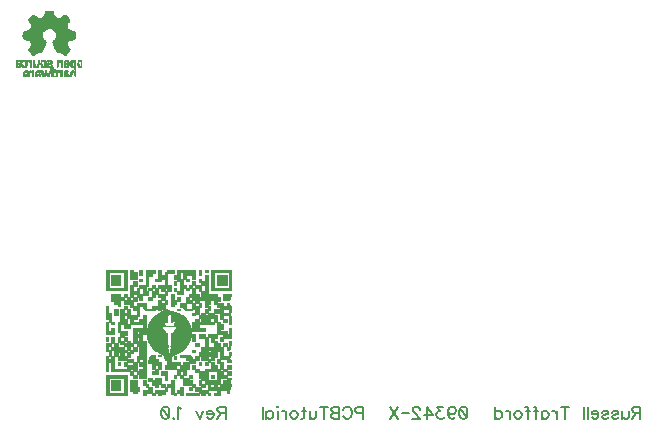
<source format=gbo>
G04 DipTrace 3.2.0.1*
G04 PCBTutorial.gbo*
%MOIN*%
G04 #@! TF.FileFunction,Legend,Bot*
G04 #@! TF.Part,Single*
%ADD12C,0.003*%
%ADD59C,0.006176*%
%FSLAX26Y26*%
G04*
G70*
G90*
G75*
G01*
G04 BotSilk*
%LPD*%
X847000Y941000D2*
D12*
X916000D1*
X928000D2*
X937000D1*
X958000D2*
X967000D1*
X979000D2*
X1009000D1*
X1021000D2*
X1030000D1*
X1051000D2*
X1072000D1*
X1084000D2*
X1144000D1*
X1156000D2*
X1165000D1*
X1177000D2*
X1186000D1*
X1198000D2*
X1264000D1*
X847000Y938000D2*
X916000D1*
X928000D2*
X937000D1*
X958000D2*
X967000D1*
X979000D2*
X1009000D1*
X1021000D2*
X1030000D1*
X1051000D2*
X1072000D1*
X1084000D2*
X1144000D1*
X1156000D2*
X1165000D1*
X1177000D2*
X1186000D1*
X1198000D2*
X1264000D1*
X847000Y935000D2*
X916000D1*
X928000D2*
X937000D1*
X958000D2*
X967000D1*
X979000D2*
X1009000D1*
X1021000D2*
X1030000D1*
X1051000D2*
X1072000D1*
X1084000D2*
X1144000D1*
X1156000D2*
X1165000D1*
X1177000D2*
X1186000D1*
X1198000D2*
X1264000D1*
X847000Y932000D2*
X916000D1*
X928000D2*
X949000D1*
X958000D2*
X967000D1*
X979000D2*
X1009000D1*
X1021000D2*
X1030000D1*
X1042000D2*
X1072000D1*
X1084000D2*
X1144000D1*
X1156000D2*
X1165000D1*
X1177000D2*
X1186000D1*
X1198000D2*
X1264000D1*
X847000Y929000D2*
X856000D1*
X907000D2*
X916000D1*
X928000D2*
X949000D1*
X958000D2*
X967000D1*
X979000D2*
X1000000D1*
X1021000D2*
X1030000D1*
X1042000D2*
X1051000D1*
X1084000D2*
X1093000D1*
X1102000D2*
X1144000D1*
X1156000D2*
X1165000D1*
X1198000D2*
X1207000D1*
X1258000D2*
X1264000D1*
X847000Y926000D2*
X856000D1*
X907000D2*
X916000D1*
X928000D2*
X949000D1*
X958000D2*
X967000D1*
X979000D2*
X1000000D1*
X1021000D2*
X1030000D1*
X1042000D2*
X1051000D1*
X1084000D2*
X1093000D1*
X1102000D2*
X1144000D1*
X1156000D2*
X1165000D1*
X1198000D2*
X1207000D1*
X1258000D2*
X1264000D1*
X847000Y923000D2*
X856000D1*
X865000D2*
X895000D1*
X907000D2*
X916000D1*
X928000D2*
X949000D1*
X958000D2*
X967000D1*
X979000D2*
X1000000D1*
X1021000D2*
X1051000D1*
X1072000D2*
X1093000D1*
X1102000D2*
X1144000D1*
X1156000D2*
X1165000D1*
X1177000D2*
X1186000D1*
X1198000D2*
X1207000D1*
X1216000D2*
X1249000D1*
X1258000D2*
X1264000D1*
X847000Y920000D2*
X856000D1*
X865000D2*
X895000D1*
X907000D2*
X916000D1*
X928000D2*
X949000D1*
X979000D2*
X988000D1*
X1021000D2*
X1051000D1*
X1072000D2*
X1093000D1*
X1102000D2*
X1114000D1*
X1135000D2*
X1144000D1*
X1177000D2*
X1186000D1*
X1198000D2*
X1207000D1*
X1216000D2*
X1249000D1*
X1258000D2*
X1264000D1*
X847000Y917000D2*
X856000D1*
X865000D2*
X895000D1*
X907000D2*
X916000D1*
X928000D2*
X949000D1*
X979000D2*
X988000D1*
X1021000D2*
X1051000D1*
X1072000D2*
X1093000D1*
X1102000D2*
X1114000D1*
X1135000D2*
X1144000D1*
X1177000D2*
X1186000D1*
X1198000D2*
X1207000D1*
X1216000D2*
X1249000D1*
X1258000D2*
X1264000D1*
X847000Y914000D2*
X856000D1*
X865000D2*
X895000D1*
X907000D2*
X916000D1*
X928000D2*
X949000D1*
X979000D2*
X988000D1*
X1021000D2*
X1051000D1*
X1072000D2*
X1093000D1*
X1102000D2*
X1114000D1*
X1135000D2*
X1144000D1*
X1177000D2*
X1186000D1*
X1198000D2*
X1207000D1*
X1216000D2*
X1249000D1*
X1258000D2*
X1264000D1*
X847000Y911000D2*
X856000D1*
X865000D2*
X895000D1*
X907000D2*
X916000D1*
X928000D2*
X949000D1*
X958000D2*
X967000D1*
X979000D2*
X988000D1*
X1009000D2*
X1051000D1*
X1072000D2*
X1123000D1*
X1135000D2*
X1144000D1*
X1156000D2*
X1165000D1*
X1177000D2*
X1186000D1*
X1198000D2*
X1207000D1*
X1216000D2*
X1249000D1*
X1258000D2*
X1264000D1*
X847000Y908000D2*
X856000D1*
X865000D2*
X895000D1*
X907000D2*
X916000D1*
X958000D2*
X967000D1*
X979000D2*
X988000D1*
X1009000D2*
X1030000D1*
X1042000D2*
X1051000D1*
X1084000D2*
X1102000D1*
X1114000D2*
X1123000D1*
X1156000D2*
X1165000D1*
X1177000D2*
X1186000D1*
X1198000D2*
X1207000D1*
X1216000D2*
X1249000D1*
X1258000D2*
X1264000D1*
X847000Y905000D2*
X856000D1*
X865000D2*
X895000D1*
X907000D2*
X916000D1*
X958000D2*
X967000D1*
X979000D2*
X988000D1*
X1009000D2*
X1030000D1*
X1042000D2*
X1051000D1*
X1084000D2*
X1102000D1*
X1114000D2*
X1123000D1*
X1156000D2*
X1165000D1*
X1177000D2*
X1186000D1*
X1198000D2*
X1207000D1*
X1216000D2*
X1249000D1*
X1258000D2*
X1264000D1*
X847000Y902000D2*
X856000D1*
X865000D2*
X895000D1*
X907000D2*
X916000D1*
X937000D2*
X949000D1*
X958000D2*
X967000D1*
X979000D2*
X988000D1*
X1009000D2*
X1030000D1*
X1042000D2*
X1051000D1*
X1072000D2*
X1102000D1*
X1114000D2*
X1123000D1*
X1135000D2*
X1144000D1*
X1156000D2*
X1186000D1*
X1198000D2*
X1207000D1*
X1216000D2*
X1249000D1*
X1258000D2*
X1264000D1*
X847000Y899000D2*
X856000D1*
X865000D2*
X895000D1*
X907000D2*
X916000D1*
X937000D2*
X949000D1*
X979000D2*
X988000D1*
X1042000D2*
X1051000D1*
X1072000D2*
X1081000D1*
X1093000D2*
X1102000D1*
X1135000D2*
X1144000D1*
X1165000D2*
X1186000D1*
X1198000D2*
X1207000D1*
X1216000D2*
X1249000D1*
X1258000D2*
X1264000D1*
X847000Y896000D2*
X856000D1*
X865000D2*
X895000D1*
X907000D2*
X916000D1*
X937000D2*
X949000D1*
X979000D2*
X988000D1*
X1042000D2*
X1051000D1*
X1072000D2*
X1081000D1*
X1093000D2*
X1102000D1*
X1135000D2*
X1144000D1*
X1165000D2*
X1186000D1*
X1198000D2*
X1207000D1*
X1216000D2*
X1249000D1*
X1258000D2*
X1264000D1*
X847000Y893000D2*
X856000D1*
X865000D2*
X895000D1*
X907000D2*
X916000D1*
X937000D2*
X949000D1*
X979000D2*
X988000D1*
X1042000D2*
X1051000D1*
X1072000D2*
X1081000D1*
X1093000D2*
X1102000D1*
X1135000D2*
X1144000D1*
X1165000D2*
X1186000D1*
X1198000D2*
X1207000D1*
X1216000D2*
X1249000D1*
X1258000D2*
X1264000D1*
X847000Y890000D2*
X856000D1*
X865000D2*
X895000D1*
X907000D2*
X916000D1*
X928000D2*
X949000D1*
X958000D2*
X988000D1*
X1000000D2*
X1009000D1*
X1021000D2*
X1063000D1*
X1072000D2*
X1081000D1*
X1093000D2*
X1114000D1*
X1123000D2*
X1186000D1*
X1198000D2*
X1207000D1*
X1216000D2*
X1249000D1*
X1258000D2*
X1264000D1*
X847000Y887000D2*
X856000D1*
X907000D2*
X916000D1*
X928000D2*
X937000D1*
X958000D2*
X979000D1*
X1000000D2*
X1009000D1*
X1021000D2*
X1063000D1*
X1093000D2*
X1114000D1*
X1123000D2*
X1135000D1*
X1144000D2*
X1165000D1*
X1177000D2*
X1186000D1*
X1198000D2*
X1207000D1*
X1258000D2*
X1264000D1*
X847000Y884000D2*
X856000D1*
X907000D2*
X916000D1*
X928000D2*
X937000D1*
X958000D2*
X979000D1*
X1000000D2*
X1009000D1*
X1021000D2*
X1063000D1*
X1093000D2*
X1114000D1*
X1123000D2*
X1135000D1*
X1144000D2*
X1165000D1*
X1177000D2*
X1186000D1*
X1198000D2*
X1207000D1*
X1258000D2*
X1264000D1*
X847000Y881000D2*
X916000D1*
X928000D2*
X937000D1*
X949000D2*
X979000D1*
X988000D2*
X1063000D1*
X1072000D2*
X1081000D1*
X1093000D2*
X1165000D1*
X1177000D2*
X1186000D1*
X1198000D2*
X1264000D1*
X847000Y878000D2*
X916000D1*
X928000D2*
X937000D1*
X949000D2*
X958000D1*
X970000D2*
X979000D1*
X988000D2*
X1000000D1*
X1009000D2*
X1021000D1*
X1030000D2*
X1042000D1*
X1051000D2*
X1063000D1*
X1072000D2*
X1081000D1*
X1093000D2*
X1102000D1*
X1114000D2*
X1123000D1*
X1135000D2*
X1144000D1*
X1156000D2*
X1165000D1*
X1177000D2*
X1186000D1*
X1198000D2*
X1264000D1*
X847000Y875000D2*
X916000D1*
X928000D2*
X937000D1*
X949000D2*
X958000D1*
X970000D2*
X979000D1*
X988000D2*
X1000000D1*
X1009000D2*
X1021000D1*
X1030000D2*
X1042000D1*
X1051000D2*
X1063000D1*
X1072000D2*
X1081000D1*
X1093000D2*
X1102000D1*
X1114000D2*
X1123000D1*
X1135000D2*
X1144000D1*
X1156000D2*
X1165000D1*
X1177000D2*
X1186000D1*
X1198000D2*
X1264000D1*
X847000Y872000D2*
X916000D1*
X928000D2*
X937000D1*
X949000D2*
X958000D1*
X970000D2*
X979000D1*
X988000D2*
X1000000D1*
X1009000D2*
X1021000D1*
X1030000D2*
X1042000D1*
X1051000D2*
X1063000D1*
X1072000D2*
X1081000D1*
X1093000D2*
X1102000D1*
X1114000D2*
X1123000D1*
X1135000D2*
X1144000D1*
X1156000D2*
X1165000D1*
X1177000D2*
X1186000D1*
X1198000D2*
X1264000D1*
X928000Y869000D2*
X958000D1*
X970000D2*
X988000D1*
X1000000D2*
X1021000D1*
X1042000D2*
X1051000D1*
X1084000D2*
X1102000D1*
X1135000D2*
X1144000D1*
X1165000D2*
X1186000D1*
X928000Y866000D2*
X958000D1*
X970000D2*
X988000D1*
X1000000D2*
X1021000D1*
X1042000D2*
X1051000D1*
X1084000D2*
X1102000D1*
X1135000D2*
X1144000D1*
X1165000D2*
X1186000D1*
X928000Y863000D2*
X958000D1*
X970000D2*
X988000D1*
X1000000D2*
X1021000D1*
X1042000D2*
X1051000D1*
X1084000D2*
X1102000D1*
X1135000D2*
X1144000D1*
X1165000D2*
X1186000D1*
X865000Y860000D2*
X895000D1*
X907000D2*
X916000D1*
X928000D2*
X988000D1*
X1000000D2*
X1051000D1*
X1063000D2*
X1072000D1*
X1084000D2*
X1102000D1*
X1123000D2*
X1156000D1*
X1165000D2*
X1216000D1*
X1237000D2*
X1264000D1*
X865000Y857000D2*
X895000D1*
X907000D2*
X916000D1*
X928000D2*
X937000D1*
X949000D2*
X967000D1*
X1000000D2*
X1009000D1*
X1021000D2*
X1042000D1*
X1063000D2*
X1072000D1*
X1123000D2*
X1156000D1*
X1165000D2*
X1216000D1*
X1237000D2*
X1263771D1*
X865000Y854000D2*
X895000D1*
X907000D2*
X916000D1*
X928000D2*
X937000D1*
X949000D2*
X967000D1*
X1000000D2*
X1009000D1*
X1021000D2*
X1042000D1*
X1063000D2*
X1072000D1*
X1123000D2*
X1156000D1*
X1165000D2*
X1216000D1*
X1237000D2*
X1263273D1*
X865000Y851000D2*
X967000D1*
X988000D2*
X1009000D1*
X1021000D2*
X1042000D1*
X1063000D2*
X1072000D1*
X1084000D2*
X1093000D1*
X1114000D2*
X1228000D1*
X1237000D2*
X1261632D1*
X865000Y848000D2*
X907000D1*
X916000D2*
X928000D1*
X937000D2*
X949000D1*
X958000D2*
X967000D1*
X988000D2*
X1000000D1*
X1030000D2*
X1042000D1*
X1063000D2*
X1072000D1*
X1084000D2*
X1093000D1*
X1114000D2*
X1123000D1*
X1135000D2*
X1228000D1*
X1237000D2*
X1260042D1*
X865000Y845000D2*
X907000D1*
X916000D2*
X928000D1*
X937000D2*
X949000D1*
X958000D2*
X967000D1*
X988000D2*
X1000000D1*
X1030000D2*
X1042000D1*
X1063000D2*
X1072000D1*
X1084000D2*
X1093000D1*
X1114000D2*
X1123000D1*
X1135000D2*
X1228000D1*
X1237000D2*
X1258979D1*
X865000Y842000D2*
X907000D1*
X916000D2*
X928000D1*
X937000D2*
X949000D1*
X958000D2*
X967000D1*
X988000D2*
X1000000D1*
X1030000D2*
X1042000D1*
X1063000D2*
X1072000D1*
X1084000D2*
X1093000D1*
X1114000D2*
X1123000D1*
X1135000D2*
X1228000D1*
X1237000D2*
X1258388D1*
X865000Y839000D2*
X949000D1*
X958000D2*
X967000D1*
X988000D2*
X1000000D1*
X1021000D2*
X1051000D1*
X1063000D2*
X1093000D1*
X1114000D2*
X1228000D1*
X1237000D2*
X1258000D1*
X874000Y836000D2*
X895000D1*
X907000D2*
X937000D1*
X1021000D2*
X1030000D1*
X1042000D2*
X1051000D1*
X1063000D2*
X1081000D1*
X1114000D2*
X1135000D1*
X1144000D2*
X1156000D1*
X1177000D2*
X1195000D1*
X1207000D2*
X1216000D1*
X874000Y833000D2*
X895000D1*
X907000D2*
X937000D1*
X1021000D2*
X1030000D1*
X1042000D2*
X1051000D1*
X1063000D2*
X1081000D1*
X1114000D2*
X1135000D1*
X1144000D2*
X1156000D1*
X1177000D2*
X1195000D1*
X1207000D2*
X1216000D1*
X874000Y830000D2*
X895000D1*
X907000D2*
X937000D1*
X949000D2*
X979000D1*
X1021000D2*
X1051000D1*
X1063000D2*
X1081000D1*
X1093000D2*
X1165000D1*
X1177000D2*
X1195000D1*
X1207000D2*
X1237000D1*
X1249000D2*
X1258000D1*
X886000Y827000D2*
X895000D1*
X928000D2*
X937000D1*
X949000D2*
X979000D1*
X1021000D2*
X1042000D1*
X1063000D2*
X1072000D1*
X1093000D2*
X1114000D1*
X1135000D2*
X1144000D1*
X1156000D2*
X1165000D1*
X1177000D2*
X1186000D1*
X1216000D2*
X1237000D1*
X1249000D2*
X1258229D1*
X886000Y824000D2*
X895000D1*
X928000D2*
X937000D1*
X949000D2*
X979000D1*
X1021000D2*
X1042000D1*
X1063000D2*
X1072000D1*
X1093000D2*
X1114000D1*
X1135000D2*
X1144000D1*
X1156000D2*
X1165000D1*
X1177000D2*
X1186000D1*
X1216000D2*
X1237000D1*
X1249000D2*
X1258727D1*
X886000Y821000D2*
X895000D1*
X928000D2*
X937000D1*
X949000D2*
X979000D1*
X1021000D2*
X1042000D1*
X1063000D2*
X1072000D1*
X1093000D2*
X1114000D1*
X1135000D2*
X1144000D1*
X1156000D2*
X1165000D1*
X1177000D2*
X1186000D1*
X1216000D2*
X1237000D1*
X1249000D2*
X1260368D1*
X847000Y818000D2*
X853000D1*
X886000D2*
X895000D1*
X907000D2*
X916000D1*
X928000D2*
X979000D1*
X1000000D2*
X1042000D1*
X1063000D2*
X1072000D1*
X1093000D2*
X1114000D1*
X1135000D2*
X1165000D1*
X1177000D2*
X1195000D1*
X1216000D2*
X1261957D1*
X847000Y815000D2*
X853000D1*
X907000D2*
X916000D1*
X937000D2*
X958000D1*
X970369D2*
X979000D1*
X1000000D2*
X1042000D1*
X1102000D2*
X1114000D1*
X1135000D2*
X1156000D1*
X1186000D2*
X1195000D1*
X1228000D2*
X1263017D1*
X847000Y812000D2*
X853000D1*
X907000D2*
X916000D1*
X937000D2*
X958000D1*
X971195D2*
X979000D1*
X1000000D2*
X1042000D1*
X1103547D2*
X1114000D1*
X1135000D2*
X1156000D1*
X1186000D2*
X1195000D1*
X1228000D2*
X1263576D1*
X847000Y809000D2*
X853000D1*
X874000D2*
X886000D1*
X895000D2*
X928000D1*
X937000D2*
X958000D1*
X974702D2*
X1051000D1*
X1084000D2*
X1093000D1*
X1108252D2*
X1156000D1*
X1177000D2*
X1195000D1*
X1207000D2*
X1263831D1*
X847000Y806000D2*
X853000D1*
X874000D2*
X886000D1*
X895000D2*
X907000D1*
X916000D2*
X928000D1*
X949000D2*
X958000D1*
X979000D2*
X1009000D1*
X1021000D2*
X1030000D1*
X1041536D2*
X1051000D1*
X1084000D2*
X1093000D1*
X1114000D2*
X1135000D1*
X1144000D2*
X1156000D1*
X1177000D2*
X1186000D1*
X1207000D2*
X1237000D1*
X1258000D2*
X1263913D1*
X847000Y803000D2*
X853000D1*
X874000D2*
X886000D1*
X895000D2*
X907000D1*
X916000D2*
X928000D1*
X949000D2*
X958000D1*
X1034804D2*
X1066323D1*
X1144000D2*
X1156000D1*
X1177000D2*
X1186000D1*
X1207000D2*
X1237000D1*
X1258000D2*
X1263743D1*
X847000Y800000D2*
X853000D1*
X874000D2*
X886000D1*
X895000D2*
X907000D1*
X916000D2*
X928000D1*
X949000D2*
X958000D1*
X1028145D2*
X1078268D1*
X1144000D2*
X1156000D1*
X1177000D2*
X1186000D1*
X1207000D2*
X1237000D1*
X1258000D2*
X1263270D1*
X847000Y797000D2*
X865000D1*
X874000D2*
X886000D1*
X895000D2*
X928000D1*
X949000D2*
X958000D1*
X1022107D2*
X1086965D1*
X1135000D2*
X1156000D1*
X1165000D2*
X1261577D1*
X847000Y794000D2*
X865000D1*
X874000D2*
X886000D1*
X895000D2*
X928000D1*
X949000D2*
X958000D1*
X1016953D2*
X1093307D1*
X1135000D2*
X1144000D1*
X1165000D2*
X1177000D1*
X1186000D2*
X1207000D1*
X1228000D2*
X1259740D1*
X847000Y791000D2*
X865000D1*
X874000D2*
X886000D1*
X895000D2*
X928000D1*
X949000D2*
X958000D1*
X1012536D2*
X1054475D1*
X1063114D2*
X1098304D1*
X1135000D2*
X1144000D1*
X1165000D2*
X1177000D1*
X1186000D2*
X1207000D1*
X1228000D2*
X1258000D1*
X847000Y788000D2*
X865000D1*
X874000D2*
X886000D1*
X895000D2*
X958000D1*
X970000D2*
X979000D1*
X1008657D2*
X1052348D1*
X1063487D2*
X1102733D1*
X1135000D2*
X1144000D1*
X1156000D2*
X1216000D1*
X1228000D2*
X1260770D1*
X847000Y785000D2*
X865000D1*
X895000D2*
X907000D1*
X916000D2*
X949000D1*
X970000D2*
X979000D1*
X1005375D2*
X1050730D1*
X1064101D2*
X1106693D1*
X1156000D2*
X1216000D1*
X1228000D2*
X1237000D1*
X1258000D2*
X1262821D1*
X847000Y782000D2*
X865000D1*
X895000D2*
X907000D1*
X916000D2*
X949000D1*
X970000D2*
X979000D1*
X1002541D2*
X1049530D1*
X1064488D2*
X1109947D1*
X1156000D2*
X1216000D1*
X1228000D2*
X1237000D1*
X1258000D2*
X1263447D1*
X847000Y779000D2*
X865000D1*
X895000D2*
X907000D1*
X916000D2*
X949000D1*
X970000D2*
X979000D1*
X999857D2*
X1049759D1*
X1064292D2*
X1112537D1*
X1156000D2*
X1216000D1*
X1228000D2*
X1237000D1*
X1258000D2*
X1263772D1*
X856000Y776000D2*
X865000D1*
X895000D2*
X916000D1*
X928000D2*
X937000D1*
X958000D2*
X979000D1*
X997378D2*
X1050227D1*
X1063801D2*
X1114804D1*
X1144000D2*
X1156000D1*
X1165000D2*
X1195000D1*
X1207000D2*
X1216000D1*
X1237000D2*
X1249000D1*
X1258000D2*
X1263913D1*
X856000Y773000D2*
X865000D1*
X895000D2*
X916000D1*
X928000D2*
X937000D1*
X958000D2*
X979000D1*
X995179D2*
X1050609D1*
X1063403D2*
X1116944D1*
X1144000D2*
X1156000D1*
X1165000D2*
X1195000D1*
X1207000D2*
X1216000D1*
X1237000D2*
X1249000D1*
X1258000D2*
X1263969D1*
X856000Y770000D2*
X865000D1*
X895000D2*
X916000D1*
X928000D2*
X937000D1*
X958000D2*
X979000D1*
X993097D2*
X1050841D1*
X1063164D2*
X1069000D1*
X1075000D2*
X1118864D1*
X1144000D2*
X1156000D1*
X1165000D2*
X1195000D1*
X1207000D2*
X1216000D1*
X1237000D2*
X1249000D1*
X1258000D2*
X1263989D1*
X847000Y767000D2*
X874000D1*
X886000D2*
X916000D1*
X928000D2*
X979000D1*
X991120D2*
X1042000D1*
X1048000D2*
X1051000D1*
X1063000D2*
X1066000D1*
X1078000D2*
X1120582D1*
X1135000D2*
X1228000D1*
X1237000D2*
X1249000D1*
X1258000D2*
X1263996D1*
X847000Y764000D2*
X853000D1*
X865000D2*
X874000D1*
X886000D2*
X907000D1*
X928000D2*
X979000D1*
X989515D2*
X1039000D1*
X1075000D2*
X1122173D1*
X1135000D2*
X1207000D1*
X1216000D2*
X1228000D1*
X1258000D2*
X1263999D1*
X847000Y761000D2*
X853000D1*
X865000D2*
X874000D1*
X886000D2*
X907000D1*
X928000D2*
X979000D1*
X988249D2*
X1040396D1*
X1072000D2*
X1123618D1*
X1135000D2*
X1207000D1*
X1216000D2*
X1228000D1*
X1258000D2*
X1264000D1*
X847000Y758000D2*
X853000D1*
X865000D2*
X874000D1*
X886000D2*
X979000D1*
X987094D2*
X1041323D1*
X1075000D2*
X1124848D1*
X1135000D2*
X1207000D1*
X1216000D2*
X1237000D1*
X1258000D2*
X1264000D1*
X847000Y755000D2*
X853000D1*
X886000D2*
X895000D1*
X907000D2*
X928000D1*
X970000D2*
X979000D1*
X986134D2*
X1042000D1*
X1072000D2*
X1125910D1*
X1135000D2*
X1156000D1*
X1216000D2*
X1237000D1*
X847000Y752000D2*
X853000D1*
X886000D2*
X895000D1*
X907000D2*
X928000D1*
X970000D2*
X979000D1*
X985532D2*
X1126970D1*
X1135000D2*
X1156000D1*
X1216000D2*
X1237000D1*
X847000Y749000D2*
X853000D1*
X886000D2*
X895000D1*
X907000D2*
X928000D1*
X970000D2*
X979000D1*
X985208D2*
X1032536D1*
X1081464D2*
X1127890D1*
X1135000D2*
X1156000D1*
X1216000D2*
X1237000D1*
X847000Y746000D2*
X853000D1*
X865000D2*
X874000D1*
X886000D2*
X895000D1*
X907000D2*
X928000D1*
X937000D2*
X979000D1*
X985000D2*
X1034793D1*
X1079207D2*
X1128474D1*
X1135000D2*
X1177000D1*
X1216000D2*
X1237000D1*
X1258000D2*
X1264000D1*
X847000Y743000D2*
X853000D1*
X865000D2*
X874000D1*
X886000D2*
X895000D1*
X937000D2*
X1037016D1*
X1076984D2*
X1128776D1*
X1135000D2*
X1177000D1*
X1216000D2*
X1228000D1*
X1258000D2*
X1264000D1*
X847000Y740000D2*
X853000D1*
X865000D2*
X874000D1*
X886000D2*
X895000D1*
X937000D2*
X1039490D1*
X1074510D2*
X1128912D1*
X1135000D2*
X1177000D1*
X1216000D2*
X1228000D1*
X1258000D2*
X1264000D1*
X847000Y737000D2*
X874000D1*
X886000D2*
X916000D1*
X937000D2*
X1042200D1*
X1071800D2*
X1128967D1*
X1135000D2*
X1177000D1*
X1216000D2*
X1249000D1*
X1258000D2*
X1264000D1*
X847000Y734000D2*
X874000D1*
X895000D2*
X916000D1*
X937000D2*
X949000D1*
X958000D2*
X1044955D1*
X1069045D2*
X1128988D1*
X1216000D2*
X1249000D1*
X1258000D2*
X1264000D1*
X847000Y731000D2*
X874000D1*
X895000D2*
X916000D1*
X937000D2*
X949000D1*
X958000D2*
X1047403D1*
X1066597D2*
X1128996D1*
X1216000D2*
X1249000D1*
X1258000D2*
X1264000D1*
X847000Y728000D2*
X874000D1*
X895000D2*
X916000D1*
X937000D2*
X949000D1*
X958000D2*
X1049165D1*
X1064835D2*
X1128999D1*
X1216000D2*
X1249000D1*
X1258000D2*
X1264000D1*
X847000Y725000D2*
X874000D1*
X895000D2*
X916000D1*
X937000D2*
X1050170D1*
X1063830D2*
X1129000D1*
X1135000D2*
X1144000D1*
X1156000D2*
X1177000D1*
X1186000D2*
X1264000D1*
X895000Y722000D2*
X907000D1*
X937000D2*
X967000D1*
X982114D2*
X1050657D1*
X1063343D2*
X1128988D1*
X1135000D2*
X1144000D1*
X1156000D2*
X1177000D1*
X1186000D2*
X1216000D1*
X1237000D2*
X1264000D1*
X895000Y719000D2*
X907000D1*
X937000D2*
X967000D1*
X982499D2*
X1050868D1*
X1063132D2*
X1128883D1*
X1135000D2*
X1144000D1*
X1156000D2*
X1177000D1*
X1186000D2*
X1216000D1*
X1237000D2*
X1264000D1*
X847000Y716000D2*
X853000D1*
X865000D2*
X874000D1*
X886000D2*
X916000D1*
X937000D2*
X967000D1*
X983230D2*
X1050952D1*
X1063048D2*
X1128500D1*
X1135000D2*
X1144000D1*
X1156000D2*
X1216000D1*
X1228000D2*
X1264000D1*
X847000Y713000D2*
X853000D1*
X865000D2*
X874000D1*
X886000D2*
X895000D1*
X907000D2*
X916000D1*
X937000D2*
X949000D1*
X958000D2*
X967000D1*
X984104D2*
X1050983D1*
X1063017D2*
X1127770D1*
X1135000D2*
X1144000D1*
X1177000D2*
X1186000D1*
X1198000D2*
X1207000D1*
X1228000D2*
X1237000D1*
X847000Y710000D2*
X853000D1*
X865000D2*
X874000D1*
X886000D2*
X895000D1*
X907000D2*
X916000D1*
X937000D2*
X949000D1*
X958000D2*
X967000D1*
X985010D2*
X1050994D1*
X1063006D2*
X1126896D1*
X1135000D2*
X1144000D1*
X1177000D2*
X1186000D1*
X1198000D2*
X1207000D1*
X1228000D2*
X1237000D1*
X847000Y707000D2*
X853000D1*
X865000D2*
X874000D1*
X886000D2*
X895000D1*
X907000D2*
X916000D1*
X937000D2*
X949000D1*
X958000D2*
X967000D1*
X986018D2*
X1050998D1*
X1063002D2*
X1125978D1*
X1135000D2*
X1144000D1*
X1177000D2*
X1186000D1*
X1198000D2*
X1207000D1*
X1228000D2*
X1237000D1*
X847000Y704000D2*
X853000D1*
X865000D2*
X874000D1*
X886000D2*
X928000D1*
X937000D2*
X979000D1*
X987020D2*
X1050999D1*
X1063001D2*
X1124876D1*
X1135000D2*
X1144000D1*
X1177000D2*
X1186000D1*
X1198000D2*
X1216000D1*
X1228000D2*
X1237000D1*
X1258000D2*
X1264000D1*
X865000Y701000D2*
X874000D1*
X895000D2*
X907000D1*
X916000D2*
X928000D1*
X937000D2*
X979000D1*
X987990D2*
X1051000D1*
X1063000D2*
X1123586D1*
X1177000D2*
X1186000D1*
X1207000D2*
X1216000D1*
X1258000D2*
X1264000D1*
X865000Y698000D2*
X874000D1*
X895000D2*
X907000D1*
X916000D2*
X928000D1*
X937000D2*
X979000D1*
X989124D2*
X1051012D1*
X1062988D2*
X1122174D1*
X1177000D2*
X1186000D1*
X1207000D2*
X1216000D1*
X1258000D2*
X1264000D1*
X847000Y695000D2*
X886000D1*
X895000D2*
X979000D1*
X990528D2*
X1051117D1*
X1062883D2*
X1120619D1*
X1144000D2*
X1156000D1*
X1177000D2*
X1186000D1*
X1207000D2*
X1228000D1*
X1237000D2*
X1249000D1*
X1258000D2*
X1263977D1*
X847000Y692000D2*
X865000D1*
X874000D2*
X886000D1*
X907000D2*
X937000D1*
X949000D2*
X979000D1*
X992312D2*
X1051488D1*
X1062512D2*
X1118848D1*
X1144000D2*
X1156000D1*
X1177000D2*
X1186000D1*
X1207000D2*
X1228000D1*
X1237000D2*
X1249000D1*
X1258000D2*
X1263766D1*
X847000Y689000D2*
X865000D1*
X874000D2*
X886000D1*
X907000D2*
X937000D1*
X949000D2*
X979000D1*
X994493D2*
X1052093D1*
X1061907D2*
X1116910D1*
X1144000D2*
X1156000D1*
X1177000D2*
X1186000D1*
X1207000D2*
X1228000D1*
X1237000D2*
X1249000D1*
X1258000D2*
X1263273D1*
X847000Y686000D2*
X865000D1*
X874000D2*
X886000D1*
X907000D2*
X937000D1*
X949000D2*
X979000D1*
X996756D2*
X1052668D1*
X1061332D2*
X1114970D1*
X1144000D2*
X1156000D1*
X1177000D2*
X1186000D1*
X1207000D2*
X1228000D1*
X1237000D2*
X1249000D1*
X1258000D2*
X1261632D1*
X847000Y683000D2*
X853000D1*
X865000D2*
X907000D1*
X916000D2*
X928000D1*
X937000D2*
X949000D1*
X958000D2*
X979000D1*
X998894D2*
X1052014D1*
X1061986D2*
X1112890D1*
X1165000D2*
X1237000D1*
X1249000D2*
X1260042D1*
X847000Y680000D2*
X853000D1*
X865000D2*
X907000D1*
X916000D2*
X928000D1*
X937000D2*
X949000D1*
X958000D2*
X979000D1*
X1001167D2*
X1051000D1*
X1063000D2*
X1110463D1*
X1165000D2*
X1237000D1*
X1249000D2*
X1258979D1*
X847000Y677000D2*
X853000D1*
X865000D2*
X907000D1*
X916000D2*
X928000D1*
X937000D2*
X949000D1*
X958000D2*
X979000D1*
X1004002D2*
X1052385D1*
X1061615D2*
X1107659D1*
X1165000D2*
X1237000D1*
X1249000D2*
X1258388D1*
X847000Y674000D2*
X949000D1*
X958000D2*
X979000D1*
X1007457D2*
X1053246D1*
X1060754D2*
X1104400D1*
X1135000D2*
X1144000D1*
X1165000D2*
X1237000D1*
X1249000D2*
X1258000D1*
X856000Y671000D2*
X865000D1*
X874000D2*
X916000D1*
X928000D2*
X937000D1*
X958000D2*
X979000D1*
X1011319D2*
X1053683D1*
X1060317D2*
X1100608D1*
X1135000D2*
X1144000D1*
X1177000D2*
X1186000D1*
X1198000D2*
X1216000D1*
X856000Y668000D2*
X865000D1*
X874000D2*
X916000D1*
X928000D2*
X937000D1*
X958000D2*
X979000D1*
X1015682D2*
X1053884D1*
X1060116D2*
X1096232D1*
X1135000D2*
X1144000D1*
X1177000D2*
X1186000D1*
X1198000D2*
X1216000D1*
X856000Y665000D2*
X865000D1*
X874000D2*
X937000D1*
X958000D2*
X979000D1*
X1020958D2*
X1054000D1*
X1060000D2*
X1090917D1*
X1135000D2*
X1144000D1*
X1156000D2*
X1216000D1*
X1228000D2*
X1237000D1*
X1258000D2*
X1264000D1*
X856000Y662000D2*
X865000D1*
X874000D2*
X886000D1*
X895000D2*
X907000D1*
X916000D2*
X928000D1*
X958000D2*
X979000D1*
X1026982D2*
X1084300D1*
X1156000D2*
X1216000D1*
X1228000D2*
X1237000D1*
X1258000D2*
X1263977D1*
X856000Y659000D2*
X865000D1*
X874000D2*
X886000D1*
X895000D2*
X907000D1*
X916000D2*
X928000D1*
X958000D2*
X979000D1*
X1032785D2*
X1077074D1*
X1156000D2*
X1216000D1*
X1228000D2*
X1237000D1*
X1258000D2*
X1263766D1*
X856000Y656000D2*
X865000D1*
X874000D2*
X886000D1*
X895000D2*
X907000D1*
X916000D2*
X928000D1*
X958000D2*
X979000D1*
X1000000D2*
X1009000D1*
X1021000D2*
X1030000D1*
X1037858D2*
X1070889D1*
X1093000D2*
X1123000D1*
X1156000D2*
X1216000D1*
X1228000D2*
X1237000D1*
X1258000D2*
X1263273D1*
X847000Y653000D2*
X928000D1*
X949000D2*
X979000D1*
X994461D2*
X1009000D1*
X1021000D2*
X1030000D1*
X1040317D2*
X1066118D1*
X1072000D2*
X1081000D1*
X1093000D2*
X1128583D1*
X1144000D2*
X1216000D1*
X1228000D2*
X1261578D1*
X847000Y650000D2*
X853000D1*
X865000D2*
X874000D1*
X886000D2*
X916000D1*
X949000D2*
X979000D1*
X990358D2*
X1009000D1*
X1041213D2*
X1064493D1*
X1072000D2*
X1081000D1*
X1114000D2*
X1132794D1*
X1144000D2*
X1156000D1*
X1165000D2*
X1186000D1*
X1198000D2*
X1207000D1*
X1228000D2*
X1259741D1*
X847000Y647000D2*
X853000D1*
X865000D2*
X874000D1*
X886000D2*
X916000D1*
X949000D2*
X979000D1*
X989106D2*
X1009000D1*
X1041677D2*
X1063627D1*
X1072000D2*
X1081000D1*
X1114000D2*
X1135000D1*
X1144000D2*
X1156000D1*
X1165000D2*
X1186000D1*
X1198000D2*
X1207000D1*
X1228000D2*
X1258000D1*
X847000Y644000D2*
X874000D1*
X886000D2*
X937000D1*
X949000D2*
X979000D1*
X988456D2*
X1021000D1*
X1041885D2*
X1063243D1*
X1072000D2*
X1081000D1*
X1114000D2*
X1156000D1*
X1165000D2*
X1207000D1*
X1216000D2*
X1260770D1*
X847000Y641000D2*
X874000D1*
X916000D2*
X937000D1*
X949000D2*
X958000D1*
X970000D2*
X979000D1*
X988173D2*
X1021000D1*
X1051000D2*
X1063089D1*
X1123000D2*
X1144000D1*
X1186000D2*
X1195000D1*
X1216000D2*
X1228000D1*
X1249000D2*
X1262821D1*
X847000Y638000D2*
X874000D1*
X916000D2*
X937000D1*
X949000D2*
X958000D1*
X970000D2*
X979000D1*
X988062D2*
X1021000D1*
X1051000D2*
X1063031D1*
X1123000D2*
X1144000D1*
X1186000D2*
X1195000D1*
X1216000D2*
X1228000D1*
X1249000D2*
X1263449D1*
X847000Y635000D2*
X874000D1*
X916000D2*
X937000D1*
X949000D2*
X958000D1*
X970000D2*
X979000D1*
X988021D2*
X1021000D1*
X1051000D2*
X1063010D1*
X1123000D2*
X1144000D1*
X1186000D2*
X1195000D1*
X1216000D2*
X1228000D1*
X1249000D2*
X1263789D1*
X847000Y632000D2*
X874000D1*
X886000D2*
X895000D1*
X907000D2*
X979000D1*
X988007D2*
X1030000D1*
X1051000D2*
X1093000D1*
X1102000D2*
X1144000D1*
X1156000D2*
X1165000D1*
X1177000D2*
X1207000D1*
X1216000D2*
X1237000D1*
X1249000D2*
X1264000D1*
X847000Y629000D2*
X853000D1*
X865000D2*
X874000D1*
X886000D2*
X895000D1*
X907000D2*
X916000D1*
X937000D2*
X949000D1*
X958000D2*
X979000D1*
X1000000D2*
X1030000D1*
X1051000D2*
X1093000D1*
X1102000D2*
X1123000D1*
X1156000D2*
X1165000D1*
X1177000D2*
X1186000D1*
X1198000D2*
X1207000D1*
X1228000D2*
X1237000D1*
X847000Y626000D2*
X853000D1*
X865000D2*
X874000D1*
X886000D2*
X895000D1*
X907000D2*
X916000D1*
X937000D2*
X949000D1*
X958000D2*
X979000D1*
X1000000D2*
X1030000D1*
X1051000D2*
X1093000D1*
X1102000D2*
X1123000D1*
X1156000D2*
X1165000D1*
X1177000D2*
X1186000D1*
X1198000D2*
X1207000D1*
X1228000D2*
X1237000D1*
X847000Y623000D2*
X853000D1*
X865000D2*
X874000D1*
X886000D2*
X895000D1*
X907000D2*
X949000D1*
X958000D2*
X979000D1*
X1000000D2*
X1030000D1*
X1042000D2*
X1123000D1*
X1135000D2*
X1144000D1*
X1156000D2*
X1165000D1*
X1177000D2*
X1186000D1*
X1198000D2*
X1216000D1*
X1228000D2*
X1237000D1*
X1249000D2*
X1264000D1*
X847000Y620000D2*
X853000D1*
X865000D2*
X874000D1*
X916000D2*
X949000D1*
X970000D2*
X979000D1*
X1000000D2*
X1009000D1*
X1021000D2*
X1030000D1*
X1042000D2*
X1081000D1*
X1093000D2*
X1123000D1*
X1135000D2*
X1144000D1*
X1198000D2*
X1216000D1*
X1228000D2*
X1237000D1*
X1249000D2*
X1264000D1*
X847000Y617000D2*
X853000D1*
X865000D2*
X874000D1*
X916000D2*
X949000D1*
X970000D2*
X979000D1*
X1000000D2*
X1009000D1*
X1021000D2*
X1030000D1*
X1042000D2*
X1081000D1*
X1093000D2*
X1123000D1*
X1135000D2*
X1144000D1*
X1198000D2*
X1216000D1*
X1228000D2*
X1237000D1*
X1249000D2*
X1264000D1*
X847000Y614000D2*
X853000D1*
X865000D2*
X874000D1*
X916000D2*
X949000D1*
X970000D2*
X979000D1*
X1000000D2*
X1009000D1*
X1021000D2*
X1030000D1*
X1042000D2*
X1081000D1*
X1093000D2*
X1123000D1*
X1135000D2*
X1144000D1*
X1198000D2*
X1216000D1*
X1228000D2*
X1237000D1*
X1249000D2*
X1264000D1*
X847000Y611000D2*
X853000D1*
X865000D2*
X949000D1*
X958000D2*
X979000D1*
X1000000D2*
X1030000D1*
X1042000D2*
X1123000D1*
X1135000D2*
X1156000D1*
X1177000D2*
X1264000D1*
X847000Y608000D2*
X853000D1*
X865000D2*
X928000D1*
X937000D2*
X949000D1*
X958000D2*
X979000D1*
X1009000D2*
X1021000D1*
X1084000D2*
X1114000D1*
X1144000D2*
X1156000D1*
X1177000D2*
X1228000D1*
X1237000D2*
X1249000D1*
X847000Y605000D2*
X853000D1*
X865000D2*
X928000D1*
X937000D2*
X949000D1*
X958000D2*
X979000D1*
X1009000D2*
X1021000D1*
X1084000D2*
X1114000D1*
X1144000D2*
X1156000D1*
X1177000D2*
X1228000D1*
X1237000D2*
X1249000D1*
X847000Y602000D2*
X853000D1*
X865000D2*
X979000D1*
X1000000D2*
X1021000D1*
X1030000D2*
X1051000D1*
X1084000D2*
X1114000D1*
X1144000D2*
X1264000D1*
X928000Y599000D2*
X937000D1*
X949000D2*
X979000D1*
X1000000D2*
X1021000D1*
X1030000D2*
X1051000D1*
X1084000D2*
X1093000D1*
X1102000D2*
X1114000D1*
X1156000D2*
X1186000D1*
X1216000D2*
X1237000D1*
X1249000D2*
X1264000D1*
X928000Y596000D2*
X937000D1*
X949000D2*
X979000D1*
X1000000D2*
X1021000D1*
X1030000D2*
X1051000D1*
X1084000D2*
X1093000D1*
X1102000D2*
X1114000D1*
X1156000D2*
X1186000D1*
X1216000D2*
X1237000D1*
X1249000D2*
X1264000D1*
X928000Y593000D2*
X937000D1*
X949000D2*
X979000D1*
X1000000D2*
X1021000D1*
X1030000D2*
X1051000D1*
X1084000D2*
X1093000D1*
X1102000D2*
X1114000D1*
X1156000D2*
X1186000D1*
X1216000D2*
X1237000D1*
X1249000D2*
X1264000D1*
X847000Y590000D2*
X916000D1*
X937000D2*
X949000D1*
X958000D2*
X979000D1*
X1042000D2*
X1051000D1*
X1072000D2*
X1081000D1*
X1093000D2*
X1102000D1*
X1123000D2*
X1135000D1*
X1156000D2*
X1186000D1*
X1198000D2*
X1207000D1*
X1216000D2*
X1249000D1*
X847000Y587000D2*
X916000D1*
X937000D2*
X949000D1*
X958000D2*
X979000D1*
X1042000D2*
X1051000D1*
X1072000D2*
X1081000D1*
X1093000D2*
X1102000D1*
X1123000D2*
X1135000D1*
X1156000D2*
X1186000D1*
X1198000D2*
X1207000D1*
X1216000D2*
X1249000D1*
X847000Y584000D2*
X916000D1*
X937000D2*
X949000D1*
X958000D2*
X979000D1*
X1042000D2*
X1051000D1*
X1072000D2*
X1081000D1*
X1093000D2*
X1102000D1*
X1123000D2*
X1135000D1*
X1156000D2*
X1186000D1*
X1198000D2*
X1207000D1*
X1216000D2*
X1249000D1*
X847000Y581000D2*
X916000D1*
X937000D2*
X949000D1*
X958000D2*
X979000D1*
X988000D2*
X1000000D1*
X1009000D2*
X1030000D1*
X1042000D2*
X1051000D1*
X1072000D2*
X1081000D1*
X1093000D2*
X1135000D1*
X1156000D2*
X1186000D1*
X1198000D2*
X1207000D1*
X1216000D2*
X1264000D1*
X847000Y578000D2*
X856000D1*
X907000D2*
X916000D1*
X988000D2*
X1000000D1*
X1009000D2*
X1030000D1*
X1042000D2*
X1051000D1*
X1102000D2*
X1123000D1*
X1165000D2*
X1186000D1*
X1216000D2*
X1228000D1*
X1249000D2*
X1263771D1*
X847000Y575000D2*
X856000D1*
X907000D2*
X916000D1*
X988000D2*
X1000000D1*
X1009000D2*
X1030000D1*
X1042000D2*
X1051000D1*
X1102000D2*
X1123000D1*
X1165000D2*
X1186000D1*
X1216000D2*
X1228000D1*
X1249000D2*
X1263273D1*
X847000Y572000D2*
X856000D1*
X865000D2*
X895000D1*
X907000D2*
X916000D1*
X928000D2*
X949000D1*
X970000D2*
X979000D1*
X988000D2*
X1030000D1*
X1042000D2*
X1051000D1*
X1063000D2*
X1072000D1*
X1102000D2*
X1135000D1*
X1156000D2*
X1228000D1*
X1237000D2*
X1261656D1*
X847000Y569000D2*
X856000D1*
X865000D2*
X895000D1*
X907000D2*
X916000D1*
X928000D2*
X949000D1*
X970000D2*
X979000D1*
X1000000D2*
X1030000D1*
X1063000D2*
X1072000D1*
X1102000D2*
X1135000D1*
X1156000D2*
X1165000D1*
X1177000D2*
X1228000D1*
X1237000D2*
X1259966D1*
X847000Y566000D2*
X856000D1*
X865000D2*
X895000D1*
X907000D2*
X916000D1*
X928000D2*
X949000D1*
X970000D2*
X979000D1*
X1000000D2*
X1030000D1*
X1063000D2*
X1072000D1*
X1102000D2*
X1135000D1*
X1156000D2*
X1165000D1*
X1177000D2*
X1228000D1*
X1237000D2*
X1259521D1*
X847000Y563000D2*
X856000D1*
X865000D2*
X895000D1*
X907000D2*
X916000D1*
X928000D2*
X949000D1*
X970000D2*
X979000D1*
X1000000D2*
X1030000D1*
X1063000D2*
X1072000D1*
X1102000D2*
X1135000D1*
X1156000D2*
X1165000D1*
X1177000D2*
X1228000D1*
X1237000D2*
X1260744D1*
X847000Y560000D2*
X856000D1*
X865000D2*
X895000D1*
X907000D2*
X916000D1*
X928000D2*
X949000D1*
X970000D2*
X988000D1*
X1000000D2*
X1042000D1*
X1051000D2*
X1072000D1*
X1102000D2*
X1144000D1*
X1156000D2*
X1262091D1*
X847000Y557000D2*
X856000D1*
X865000D2*
X895000D1*
X907000D2*
X916000D1*
X928000D2*
X949000D1*
X979000D2*
X988000D1*
X1009000D2*
X1021000D1*
X1030000D2*
X1042000D1*
X1051000D2*
X1072000D1*
X1135000D2*
X1144000D1*
X1165000D2*
X1177000D1*
X1186000D2*
X1195000D1*
X1207000D2*
X1216000D1*
X1228000D2*
X1263148D1*
X847000Y554000D2*
X856000D1*
X865000D2*
X895000D1*
X907000D2*
X916000D1*
X928000D2*
X949000D1*
X979000D2*
X988000D1*
X1009000D2*
X1021000D1*
X1030000D2*
X1042000D1*
X1051000D2*
X1072000D1*
X1135000D2*
X1144000D1*
X1165000D2*
X1177000D1*
X1186000D2*
X1195000D1*
X1207000D2*
X1216000D1*
X1228000D2*
X1262983D1*
X847000Y551000D2*
X856000D1*
X865000D2*
X895000D1*
X907000D2*
X916000D1*
X928000D2*
X958000D1*
X979000D2*
X1000000D1*
X1009000D2*
X1021000D1*
X1030000D2*
X1072000D1*
X1093000D2*
X1102000D1*
X1123000D2*
X1177000D1*
X1186000D2*
X1261499D1*
X847000Y548000D2*
X856000D1*
X865000D2*
X895000D1*
X907000D2*
X916000D1*
X928000D2*
X958000D1*
X988000D2*
X1000000D1*
X1042000D2*
X1051000D1*
X1063000D2*
X1072000D1*
X1093000D2*
X1102000D1*
X1123000D2*
X1135000D1*
X1144000D2*
X1165000D1*
X1186000D2*
X1259989D1*
X847000Y545000D2*
X856000D1*
X865000D2*
X895000D1*
X907000D2*
X916000D1*
X928000D2*
X958000D1*
X988000D2*
X1000000D1*
X1042000D2*
X1051000D1*
X1063000D2*
X1072000D1*
X1093000D2*
X1102000D1*
X1123000D2*
X1135000D1*
X1144000D2*
X1165000D1*
X1186000D2*
X1258963D1*
X847000Y542000D2*
X856000D1*
X865000D2*
X895000D1*
X907000D2*
X916000D1*
X928000D2*
X958000D1*
X988000D2*
X1000000D1*
X1042000D2*
X1051000D1*
X1063000D2*
X1072000D1*
X1093000D2*
X1102000D1*
X1123000D2*
X1135000D1*
X1144000D2*
X1165000D1*
X1186000D2*
X1258417D1*
X847000Y539000D2*
X856000D1*
X865000D2*
X895000D1*
X907000D2*
X916000D1*
X928000D2*
X958000D1*
X970000D2*
X1000000D1*
X1009000D2*
X1051000D1*
X1063000D2*
X1072000D1*
X1084000D2*
X1102000D1*
X1123000D2*
X1135000D1*
X1144000D2*
X1258166D1*
X847000Y536000D2*
X856000D1*
X907000D2*
X916000D1*
X937000D2*
X949000D1*
X970000D2*
X1000000D1*
X1009000D2*
X1042000D1*
X1063000D2*
X1072000D1*
X1084000D2*
X1102000D1*
X1156000D2*
X1186000D1*
X1216000D2*
X1228000D1*
X1249000D2*
X1258062D1*
X847000Y533000D2*
X856000D1*
X907000D2*
X916000D1*
X937000D2*
X949000D1*
X970000D2*
X1000000D1*
X1009000D2*
X1042000D1*
X1063000D2*
X1072000D1*
X1084000D2*
X1102000D1*
X1156000D2*
X1186000D1*
X1216000D2*
X1228000D1*
X1249000D2*
X1258021D1*
X847000Y530000D2*
X916000D1*
X937000D2*
X949000D1*
X970000D2*
X1042000D1*
X1063000D2*
X1102000D1*
X1114000D2*
X1195000D1*
X1207000D2*
X1228000D1*
X1249000D2*
X1258000D1*
X847000Y527000D2*
X916000D1*
X970000D2*
X979000D1*
X1000000D2*
X1009000D1*
X1021000D2*
X1030000D1*
X1072000D2*
X1081000D1*
X1093000D2*
X1102000D1*
X1114000D2*
X1156000D1*
X1165000D2*
X1177000D1*
X1186000D2*
X1195000D1*
X1207000D2*
X1228000D1*
X847000Y524000D2*
X916000D1*
X970000D2*
X979000D1*
X1000000D2*
X1009000D1*
X1021000D2*
X1030000D1*
X1072000D2*
X1081000D1*
X1093000D2*
X1102000D1*
X1114000D2*
X1156000D1*
X1165000D2*
X1177000D1*
X1186000D2*
X1195000D1*
X1207000D2*
X1228000D1*
X643000Y1803500D2*
X670000D1*
X642886Y1800500D2*
X670012D1*
X642501Y1797500D2*
X670117D1*
X641759Y1794500D2*
X670523D1*
X640761Y1791500D2*
X671471D1*
X601000Y1788500D2*
X607000D1*
X639308D2*
X673174D1*
X706000D2*
X712000D1*
X597548Y1785500D2*
X611594D1*
X636963D2*
X675794D1*
X701406D2*
X715103D1*
X593933Y1782500D2*
X616000D1*
X634000D2*
X679000D1*
X697000D2*
X718358D1*
X590761Y1779500D2*
X721472D1*
X588325Y1776500D2*
X724136D1*
X587981Y1773500D2*
X724773D1*
X588941Y1770500D2*
X723940D1*
X590484Y1767500D2*
X722466D1*
X592547Y1764500D2*
X720434D1*
X594639Y1761500D2*
X718342D1*
X596454Y1758500D2*
X716748D1*
X597030Y1755500D2*
X715653D1*
X596521Y1752500D2*
X715777D1*
X595729Y1749500D2*
X716506D1*
X594774Y1746500D2*
X717687D1*
X592032Y1743500D2*
X646704D1*
X667349D2*
X720722D1*
X585729Y1740500D2*
X642346D1*
X670697D2*
X727152D1*
X578986Y1737500D2*
X639165D1*
X673649D2*
X733964D1*
X572951Y1734500D2*
X636842D1*
X676011D2*
X740037D1*
X570003Y1731500D2*
X634990D1*
X677919D2*
X742993D1*
X568935Y1728500D2*
X633464D1*
X679394D2*
X744063D1*
X568383Y1725500D2*
X632407D1*
X680505D2*
X744616D1*
X568157Y1722500D2*
X631825D1*
X680245D2*
X744843D1*
X568228Y1719500D2*
X632527D1*
X679651D2*
X744772D1*
X568606Y1716500D2*
X633696D1*
X678767D2*
X744394D1*
X571067Y1713500D2*
X635389D1*
X677330D2*
X741933D1*
X576970Y1710500D2*
X637622D1*
X675250D2*
X736030D1*
X583338Y1707500D2*
X640135D1*
X672812D2*
X729662D1*
X588636Y1704500D2*
X642462D1*
X670517D2*
X724364D1*
X592363Y1701500D2*
X644410D1*
X668586D2*
X720637D1*
X594841Y1698500D2*
X645015D1*
X667984D2*
X718159D1*
X596663Y1695500D2*
X644412D1*
X668588D2*
X716337D1*
X597072Y1692500D2*
X643392D1*
X669596D2*
X715928D1*
X596081Y1689500D2*
X642112D1*
X670783D2*
X716919D1*
X594580Y1686500D2*
X640709D1*
X671909D2*
X718420D1*
X592852Y1683500D2*
X639339D1*
X672943D2*
X720148D1*
X590983Y1680500D2*
X638137D1*
X674094D2*
X722017D1*
X589215Y1677500D2*
X637073D1*
X675404D2*
X723785D1*
X587814Y1674500D2*
X635902D1*
X676820D2*
X725186D1*
X588136Y1671500D2*
X634512D1*
X678362D2*
X724864D1*
X590031Y1668500D2*
X632855D1*
X680097D2*
X722969D1*
X592436Y1665500D2*
X619466D1*
X625000D2*
X631000D1*
X682000D2*
X688000D1*
X693534D2*
X720564D1*
X595170Y1662500D2*
X614235D1*
X698765D2*
X717830D1*
X598059Y1659500D2*
X609135D1*
X703865D2*
X714941D1*
X601000Y1656500D2*
X604000D1*
X709000D2*
X712000D1*
X547000Y1638500D2*
X559000D1*
X565000D2*
X598000D1*
X604000D2*
X607000D1*
X619000D2*
X622000D1*
X631000D2*
X643000D1*
X649000D2*
X664000D1*
X685000D2*
X700000D1*
X709000D2*
X721000D1*
X730000D2*
X745000D1*
X754000D2*
X763000D1*
X547000Y1635500D2*
X598000D1*
X604000D2*
X607012D1*
X618988D2*
X622000D1*
X629615D2*
X665262D1*
X683615D2*
X700000D1*
X707615D2*
X721000D1*
X727000D2*
X745000D1*
X752615D2*
X763000D1*
X547000Y1632500D2*
X550000D1*
X559000D2*
X562369D1*
X568000D2*
D3*
X576288D2*
X583000D1*
X591410D2*
X598000D1*
X604000D2*
X607126D1*
X618874D2*
X622000D1*
X628754D2*
X631123D1*
X640000D2*
X646000D1*
X652000D2*
D3*
X661000D2*
X666013D1*
X682754D2*
X688590D1*
X693410D2*
X700000D1*
X706754D2*
X709000D1*
X718000D2*
X733712D1*
X738288D2*
X745000D1*
X751754D2*
X754123D1*
X763000D2*
D3*
X547000Y1629500D2*
X563195D1*
X578043D2*
X582988D1*
X593165D2*
X598000D1*
X604000D2*
X607590D1*
X618410D2*
X621988D1*
X628329D2*
X631589D1*
X640000D2*
X665181D1*
X682318D2*
X686835D1*
X695165D2*
X700000D1*
X706318D2*
X731957D1*
X740043D2*
X745000D1*
X751329D2*
X754589D1*
X763000D2*
D3*
X547000Y1626500D2*
X566702D1*
X577749D2*
X582874D1*
X594170D2*
X598000D1*
X604000D2*
X608615D1*
X617385D2*
X621874D1*
X628250D2*
X632615D1*
X640000D2*
X664000D1*
X682124D2*
X685830D1*
X696170D2*
X700000D1*
X706124D2*
X732251D1*
X739749D2*
X745000D1*
X751250D2*
X755615D1*
X763000D2*
D3*
X547000Y1623500D2*
X550000D1*
X556000D2*
X571000D1*
X577000D2*
X582410D1*
X594658D2*
X598000D1*
X604000D2*
X610000D1*
X616000D2*
X621410D1*
X628635D2*
X634000D1*
X640000D2*
X655000D1*
X664000D2*
X665499D1*
X682046D2*
X685342D1*
X696658D2*
X700000D1*
X706046D2*
X709000D1*
X718000D2*
X733000D1*
X739000D2*
X745000D1*
X751635D2*
X757000D1*
X763000D2*
D3*
X547000Y1620500D2*
X581385D1*
X594876D2*
X598000D1*
X604000D2*
X620385D1*
X629631D2*
X666745D1*
X682015D2*
X685124D1*
X696876D2*
X700000D1*
X706015D2*
X721000D1*
X728265D2*
X745000D1*
X752631D2*
X763000D1*
X547000Y1617500D2*
X559000D1*
X568000D2*
X580000D1*
X595000D2*
X598000D1*
X604000D2*
X619000D1*
X631000D2*
X643000D1*
X649697D2*
X667935D1*
X682000D2*
X685000D1*
X697000D2*
X700000D1*
X706000D2*
X721000D1*
X732995D2*
X745000D1*
X754000D2*
X763000D1*
X657225Y1614500D2*
X669241D1*
X737107D2*
X745000D1*
X663250Y1611500D2*
X670773D1*
X740182D2*
X745000D1*
X661431Y1608500D2*
X674521D1*
X741221D2*
X745000D1*
X577000Y1605500D2*
X583000D1*
X592000D2*
X595000D1*
X601000D2*
X604000D1*
X616000D2*
X622000D1*
X628000D2*
X634000D1*
X643000D2*
X646000D1*
X659473D2*
X679000D1*
X685000D2*
X700000D1*
X709000D2*
X718000D1*
X733000D2*
X736000D1*
X742000D2*
X745000D1*
X573767Y1602500D2*
X604000D1*
X613230D2*
X635406D1*
X643000D2*
X647396D1*
X657697D2*
X700000D1*
X707615D2*
X719453D1*
X730230D2*
X745000D1*
X571311Y1599500D2*
X604000D1*
X611179D2*
X637000D1*
X643000D2*
X648323D1*
X656234D2*
X700000D1*
X706754D2*
X717487D1*
X728178D2*
X745000D1*
X569423Y1596500D2*
X574000D1*
X583000D2*
X589000D1*
X601000D2*
X604000D1*
X610553D2*
X613000D1*
X622000D2*
D3*
X631000D2*
X649000D1*
X655000D2*
X670000D1*
X679000D2*
X682000D1*
X694000D2*
X700000D1*
X706318D2*
X709000D1*
X715000D2*
D3*
X727503D2*
X733589D1*
X738411D2*
X745000D1*
X568949Y1593500D2*
X589000D1*
X601000D2*
X604000D1*
X610227D2*
X658000D1*
X664000D2*
X670000D1*
X679000D2*
X682000D1*
X694000D2*
X700000D1*
X706124D2*
X721000D1*
X727000D2*
X731824D1*
X740176D2*
X745000D1*
X569801Y1590500D2*
X589000D1*
X601000D2*
X604000D1*
X610082D2*
X628000D1*
X634000D2*
X658000D1*
X664000D2*
X670000D1*
X679000D2*
X682000D1*
X694000D2*
X700000D1*
X706043D2*
X730750D1*
X741250D2*
X745000D1*
X571000Y1587500D2*
X589000D1*
X601000D2*
X604000D1*
X610000D2*
X616000D1*
X622000D2*
X628000D1*
X634000D2*
X643000D1*
X649000D2*
X658000D1*
X664000D2*
X682000D1*
X694000D2*
X700000D1*
X706000D2*
X730000D1*
X742000D2*
X745000D1*
X847000Y941000D2*
Y938000D1*
Y935000D1*
Y932000D1*
Y929000D1*
Y926000D1*
Y923000D1*
Y920000D1*
Y917000D1*
Y914000D1*
Y911000D1*
Y908000D1*
Y905000D1*
Y902000D1*
Y899000D1*
Y896000D1*
Y893000D1*
Y890000D1*
Y887000D1*
Y884000D1*
Y881000D1*
Y878000D1*
Y875000D1*
Y872000D1*
X916000Y941000D2*
Y938000D1*
Y935000D1*
Y932000D1*
Y929000D1*
Y926000D1*
Y923000D1*
Y920000D1*
Y917000D1*
Y914000D1*
Y911000D1*
Y908000D1*
Y905000D1*
Y902000D1*
Y899000D1*
Y896000D1*
Y893000D1*
Y890000D1*
Y887000D1*
Y884000D1*
Y881000D1*
Y878000D1*
Y875000D1*
Y872000D1*
X928000Y941000D2*
Y938000D1*
Y935000D1*
Y932000D1*
Y929000D1*
Y926000D1*
Y923000D1*
Y920000D1*
Y917000D1*
Y914000D1*
Y911000D1*
X937000Y941000D2*
Y938000D1*
Y935000D1*
Y932000D1*
X949000D1*
Y929000D1*
Y926000D1*
Y923000D1*
Y920000D1*
Y917000D1*
Y914000D1*
Y911000D1*
X958000Y941000D2*
Y938000D1*
Y935000D1*
Y932000D1*
Y929000D1*
Y926000D1*
Y923000D1*
X967000Y941000D2*
Y938000D1*
Y935000D1*
Y932000D1*
Y929000D1*
Y926000D1*
Y923000D1*
X979000Y941000D2*
Y938000D1*
Y935000D1*
Y932000D1*
Y929000D1*
Y926000D1*
Y923000D1*
Y920000D1*
Y917000D1*
Y914000D1*
Y911000D1*
Y908000D1*
Y905000D1*
Y902000D1*
Y899000D1*
Y896000D1*
Y893000D1*
Y890000D1*
X958000D1*
Y887000D1*
Y884000D1*
Y881000D1*
X949000D1*
Y878000D1*
Y875000D1*
Y872000D1*
X1009000Y941000D2*
Y938000D1*
Y935000D1*
Y932000D1*
Y929000D1*
X1000000D1*
Y926000D1*
Y923000D1*
Y920000D1*
X988000D1*
Y917000D1*
Y914000D1*
Y911000D1*
Y908000D1*
Y905000D1*
Y902000D1*
Y899000D1*
Y896000D1*
Y893000D1*
Y890000D1*
Y887000D1*
X979000D1*
Y884000D1*
Y881000D1*
Y878000D1*
Y875000D1*
Y872000D1*
X1021000Y941000D2*
Y938000D1*
Y935000D1*
Y932000D1*
Y929000D1*
Y926000D1*
Y923000D1*
Y920000D1*
Y917000D1*
Y914000D1*
Y911000D1*
X1009000D1*
Y908000D1*
Y905000D1*
Y902000D1*
X1030000Y941000D2*
Y938000D1*
Y935000D1*
Y932000D1*
Y929000D1*
Y926000D1*
X1051000Y941000D2*
Y938000D1*
Y935000D1*
Y932000D1*
X1042000D1*
Y929000D1*
Y926000D1*
X1072000Y941000D2*
Y938000D1*
Y935000D1*
Y932000D1*
Y929000D1*
X1051000D1*
Y926000D1*
Y923000D1*
Y920000D1*
Y917000D1*
Y914000D1*
Y911000D1*
Y908000D1*
Y905000D1*
Y902000D1*
Y899000D1*
Y896000D1*
Y893000D1*
Y890000D1*
X1063000D1*
Y887000D1*
Y884000D1*
Y881000D1*
Y878000D1*
Y875000D1*
Y872000D1*
Y869000D1*
X1051000D1*
Y866000D1*
Y863000D1*
Y860000D1*
Y857000D1*
X1042000D1*
Y854000D1*
Y851000D1*
Y848000D1*
Y845000D1*
Y842000D1*
Y839000D1*
X1051000D1*
Y836000D1*
Y833000D1*
Y830000D1*
Y827000D1*
X1042000D1*
Y824000D1*
Y821000D1*
Y818000D1*
Y815000D1*
Y812000D1*
Y809000D1*
X1051000D1*
Y806000D1*
X1066323Y803000D1*
X1078268Y800000D1*
X1086965Y797000D1*
X1093307Y794000D1*
X1098304Y791000D1*
X1102733Y788000D1*
X1106693Y785000D1*
X1109947Y782000D1*
X1112537Y779000D1*
X1114804Y776000D1*
X1116944Y773000D1*
X1118864Y770000D1*
X1120582Y767000D1*
X1122173Y764000D1*
X1123618Y761000D1*
X1124848Y758000D1*
X1125910Y755000D1*
X1126970Y752000D1*
X1127890Y749000D1*
X1128474Y746000D1*
X1128776Y743000D1*
X1128912Y740000D1*
X1128967Y737000D1*
X1128988Y734000D1*
X1128996Y731000D1*
X1128999Y728000D1*
X1129000Y725000D1*
X1128988Y722000D1*
X1128883Y719000D1*
X1128500Y716000D1*
X1127770Y713000D1*
X1126896Y710000D1*
X1125978Y707000D1*
X1124876Y704000D1*
X1123586Y701000D1*
X1122174Y698000D1*
X1120619Y695000D1*
X1118848Y692000D1*
X1116910Y689000D1*
X1114970Y686000D1*
X1112890Y683000D1*
X1110463Y680000D1*
X1107659Y677000D1*
X1104400Y674000D1*
X1100608Y671000D1*
X1096232Y668000D1*
X1090917Y665000D1*
X1084300Y662000D1*
X1077074Y659000D1*
X1070889Y656000D1*
X1066118Y653000D1*
X1064493Y650000D1*
X1063627Y647000D1*
X1063243Y644000D1*
X1063089Y641000D1*
X1063031Y638000D1*
X1063010Y635000D1*
X1063000Y632000D1*
X1093000D1*
Y629000D1*
Y626000D1*
X1084000Y941000D2*
Y938000D1*
Y935000D1*
Y932000D1*
Y929000D1*
Y926000D1*
Y923000D1*
X1072000D1*
Y920000D1*
Y917000D1*
Y914000D1*
Y911000D1*
Y908000D1*
X1084000D1*
Y905000D1*
Y902000D1*
X1072000D1*
Y899000D1*
Y896000D1*
Y893000D1*
Y890000D1*
X1144000Y941000D2*
Y938000D1*
Y935000D1*
Y932000D1*
Y929000D1*
Y926000D1*
Y923000D1*
Y920000D1*
Y917000D1*
Y914000D1*
Y911000D1*
X1156000Y941000D2*
Y938000D1*
Y935000D1*
Y932000D1*
Y929000D1*
Y926000D1*
Y923000D1*
X1165000Y941000D2*
Y938000D1*
Y935000D1*
Y932000D1*
Y929000D1*
Y926000D1*
Y923000D1*
X1177000Y941000D2*
Y938000D1*
Y935000D1*
Y932000D1*
X1186000Y941000D2*
Y938000D1*
Y935000D1*
Y932000D1*
X1198000Y941000D2*
Y938000D1*
Y935000D1*
Y932000D1*
Y929000D1*
Y926000D1*
Y923000D1*
Y920000D1*
Y917000D1*
Y914000D1*
Y911000D1*
Y908000D1*
Y905000D1*
Y902000D1*
Y899000D1*
Y896000D1*
Y893000D1*
Y890000D1*
Y887000D1*
Y884000D1*
Y881000D1*
Y878000D1*
Y875000D1*
Y872000D1*
X1264000Y941000D2*
Y938000D1*
Y935000D1*
Y932000D1*
Y929000D1*
Y926000D1*
Y923000D1*
Y920000D1*
Y917000D1*
Y914000D1*
Y911000D1*
Y908000D1*
Y905000D1*
Y902000D1*
Y899000D1*
Y896000D1*
Y893000D1*
Y890000D1*
Y887000D1*
Y884000D1*
Y881000D1*
Y878000D1*
Y875000D1*
Y872000D1*
X856000Y932000D2*
Y929000D1*
Y926000D1*
Y923000D1*
Y920000D1*
Y917000D1*
Y914000D1*
Y911000D1*
Y908000D1*
Y905000D1*
Y902000D1*
Y899000D1*
Y896000D1*
Y893000D1*
Y890000D1*
Y887000D1*
Y884000D1*
Y881000D1*
X907000Y932000D2*
Y929000D1*
Y926000D1*
Y923000D1*
Y920000D1*
Y917000D1*
Y914000D1*
Y911000D1*
Y908000D1*
Y905000D1*
Y902000D1*
Y899000D1*
Y896000D1*
Y893000D1*
Y890000D1*
Y887000D1*
Y884000D1*
Y881000D1*
X1093000Y932000D2*
Y929000D1*
Y926000D1*
Y923000D1*
Y920000D1*
Y917000D1*
Y914000D1*
X1102000Y932000D2*
Y929000D1*
Y926000D1*
Y923000D1*
Y920000D1*
Y917000D1*
Y914000D1*
X1207000Y932000D2*
Y929000D1*
Y926000D1*
Y923000D1*
Y920000D1*
Y917000D1*
Y914000D1*
Y911000D1*
Y908000D1*
Y905000D1*
Y902000D1*
Y899000D1*
Y896000D1*
Y893000D1*
Y890000D1*
Y887000D1*
Y884000D1*
Y881000D1*
X1258000Y932000D2*
Y929000D1*
Y926000D1*
Y923000D1*
Y920000D1*
Y917000D1*
Y914000D1*
Y911000D1*
Y908000D1*
Y905000D1*
Y902000D1*
Y899000D1*
Y896000D1*
Y893000D1*
Y890000D1*
Y887000D1*
Y884000D1*
Y881000D1*
X865000Y923000D2*
Y920000D1*
Y917000D1*
Y914000D1*
Y911000D1*
Y908000D1*
Y905000D1*
Y902000D1*
Y899000D1*
Y896000D1*
Y893000D1*
Y890000D1*
X895000Y923000D2*
Y920000D1*
Y917000D1*
Y914000D1*
Y911000D1*
Y908000D1*
Y905000D1*
Y902000D1*
Y899000D1*
Y896000D1*
Y893000D1*
Y890000D1*
X1177000Y923000D2*
Y920000D1*
Y917000D1*
Y914000D1*
Y911000D1*
Y908000D1*
Y905000D1*
X1186000Y923000D2*
Y920000D1*
Y917000D1*
Y914000D1*
Y911000D1*
Y908000D1*
Y905000D1*
Y902000D1*
Y899000D1*
Y896000D1*
Y893000D1*
Y890000D1*
Y887000D1*
Y884000D1*
Y881000D1*
Y878000D1*
Y875000D1*
Y872000D1*
Y869000D1*
Y866000D1*
Y863000D1*
Y860000D1*
X1216000D1*
Y857000D1*
Y854000D1*
Y851000D1*
X1228000D1*
Y848000D1*
Y845000D1*
Y842000D1*
Y839000D1*
Y836000D1*
X1216000D1*
Y833000D1*
Y830000D1*
X1237000D1*
Y827000D1*
Y824000D1*
Y821000D1*
X1216000Y923000D2*
Y920000D1*
Y917000D1*
Y914000D1*
Y911000D1*
Y908000D1*
Y905000D1*
Y902000D1*
Y899000D1*
Y896000D1*
Y893000D1*
Y890000D1*
X1249000Y923000D2*
Y920000D1*
Y917000D1*
Y914000D1*
Y911000D1*
Y908000D1*
Y905000D1*
Y902000D1*
Y899000D1*
Y896000D1*
Y893000D1*
Y890000D1*
X1114000Y923000D2*
Y920000D1*
Y917000D1*
Y914000D1*
Y911000D1*
X1123000D1*
Y908000D1*
Y905000D1*
Y902000D1*
X1135000Y923000D2*
Y920000D1*
Y917000D1*
Y914000D1*
Y911000D1*
X958000D2*
Y908000D1*
Y905000D1*
Y902000D1*
X967000Y911000D2*
Y908000D1*
Y905000D1*
Y902000D1*
X1156000Y911000D2*
Y908000D1*
Y905000D1*
Y902000D1*
Y899000D1*
X1165000D1*
Y896000D1*
Y893000D1*
Y911000D2*
Y908000D1*
Y905000D1*
X1030000Y911000D2*
Y908000D1*
Y905000D1*
Y902000D1*
X1042000Y911000D2*
Y908000D1*
Y905000D1*
Y902000D1*
Y899000D1*
Y896000D1*
Y893000D1*
Y890000D1*
X1021000D1*
Y887000D1*
Y884000D1*
X1102000Y911000D2*
Y908000D1*
Y905000D1*
Y902000D1*
Y899000D1*
Y896000D1*
Y893000D1*
Y890000D1*
X1114000D1*
Y887000D1*
Y884000D1*
Y911000D2*
Y908000D1*
Y905000D1*
Y902000D1*
X937000D2*
Y899000D1*
Y896000D1*
Y893000D1*
Y890000D1*
X928000D1*
Y887000D1*
Y884000D1*
Y881000D1*
Y878000D1*
Y875000D1*
Y872000D1*
Y869000D1*
Y866000D1*
Y863000D1*
Y860000D1*
Y857000D1*
Y854000D1*
X949000Y902000D2*
Y899000D1*
Y896000D1*
Y893000D1*
Y890000D1*
Y887000D1*
X937000D1*
Y884000D1*
Y881000D1*
Y878000D1*
Y875000D1*
Y872000D1*
X1135000Y902000D2*
Y899000D1*
Y896000D1*
Y893000D1*
Y890000D1*
X1123000D1*
Y887000D1*
Y884000D1*
X1144000Y902000D2*
Y899000D1*
Y896000D1*
Y893000D1*
X1081000Y902000D2*
Y899000D1*
Y896000D1*
Y893000D1*
Y890000D1*
X1093000Y902000D2*
Y899000D1*
Y896000D1*
Y893000D1*
Y890000D1*
Y887000D1*
Y884000D1*
Y881000D1*
Y878000D1*
Y875000D1*
Y872000D1*
Y869000D1*
X1084000D1*
Y866000D1*
Y863000D1*
Y860000D1*
X1000000Y890000D2*
Y887000D1*
Y884000D1*
Y881000D1*
X988000D1*
Y878000D1*
Y875000D1*
Y872000D1*
X1009000Y890000D2*
Y887000D1*
Y884000D1*
X1135000Y890000D2*
Y887000D1*
Y884000D1*
X1144000Y890000D2*
Y887000D1*
Y884000D1*
X1165000Y890000D2*
Y887000D1*
Y884000D1*
Y881000D1*
Y878000D1*
Y875000D1*
Y872000D1*
X1177000Y890000D2*
Y887000D1*
Y884000D1*
Y881000D1*
Y878000D1*
Y875000D1*
Y872000D1*
X1072000Y881000D2*
Y878000D1*
Y875000D1*
Y872000D1*
Y869000D1*
X1084000D1*
Y866000D1*
Y863000D1*
Y860000D1*
X1081000Y881000D2*
Y878000D1*
Y875000D1*
Y872000D1*
X958000Y881000D2*
Y878000D1*
Y875000D1*
Y872000D1*
Y869000D1*
Y866000D1*
Y863000D1*
X970000Y881000D2*
Y878000D1*
Y875000D1*
Y872000D1*
Y869000D1*
Y866000D1*
Y863000D1*
X1000000Y881000D2*
Y878000D1*
Y875000D1*
Y872000D1*
X1009000Y881000D2*
Y878000D1*
Y875000D1*
Y872000D1*
X1021000Y881000D2*
Y878000D1*
Y875000D1*
Y872000D1*
Y869000D1*
Y866000D1*
Y863000D1*
X1030000Y881000D2*
Y878000D1*
Y875000D1*
Y872000D1*
Y869000D1*
X1042000D1*
Y866000D1*
Y863000D1*
Y881000D2*
Y878000D1*
Y875000D1*
Y872000D1*
X1051000Y881000D2*
Y878000D1*
Y875000D1*
Y872000D1*
X1102000Y881000D2*
Y878000D1*
Y875000D1*
Y872000D1*
Y869000D1*
Y866000D1*
Y863000D1*
Y860000D1*
X1114000Y881000D2*
Y878000D1*
Y875000D1*
Y872000D1*
X1123000Y881000D2*
Y878000D1*
Y875000D1*
Y872000D1*
X1135000Y881000D2*
Y878000D1*
Y875000D1*
Y872000D1*
Y869000D1*
Y866000D1*
Y863000D1*
Y860000D1*
X1123000D1*
Y857000D1*
Y854000D1*
Y851000D1*
X1114000D1*
Y848000D1*
Y845000D1*
Y842000D1*
Y839000D1*
Y836000D1*
Y833000D1*
Y830000D1*
X1093000D1*
Y827000D1*
Y824000D1*
Y821000D1*
Y818000D1*
Y815000D1*
X1102000D1*
X1103547Y812000D1*
X1108252Y809000D1*
X1114000Y806000D1*
X1144000Y881000D2*
Y878000D1*
Y875000D1*
Y872000D1*
Y869000D1*
Y866000D1*
Y863000D1*
Y860000D1*
X1156000D1*
Y857000D1*
Y854000D1*
Y881000D2*
Y878000D1*
Y875000D1*
Y872000D1*
Y869000D1*
X1165000D1*
Y866000D1*
Y863000D1*
Y860000D1*
Y857000D1*
Y854000D1*
X988000Y869000D2*
Y866000D1*
Y863000D1*
Y860000D1*
Y857000D1*
X967000D1*
Y854000D1*
Y851000D1*
Y848000D1*
Y845000D1*
Y842000D1*
Y839000D1*
X1000000Y869000D2*
Y866000D1*
Y863000D1*
Y860000D1*
Y857000D1*
Y854000D1*
Y851000D1*
X988000D1*
Y848000D1*
Y845000D1*
Y842000D1*
Y839000D1*
X865000Y860000D2*
Y857000D1*
Y854000D1*
Y851000D1*
Y848000D1*
Y845000D1*
Y842000D1*
Y839000D1*
Y836000D1*
X874000D1*
Y833000D1*
Y830000D1*
Y827000D1*
X886000D1*
Y824000D1*
Y821000D1*
Y818000D1*
X895000Y860000D2*
Y857000D1*
Y854000D1*
X907000Y860000D2*
Y857000D1*
Y854000D1*
X916000Y860000D2*
Y857000D1*
Y854000D1*
X1063000Y860000D2*
Y857000D1*
Y854000D1*
Y851000D1*
Y848000D1*
Y845000D1*
Y842000D1*
Y839000D1*
Y836000D1*
Y833000D1*
Y830000D1*
Y827000D1*
Y824000D1*
Y821000D1*
Y818000D1*
X1072000Y860000D2*
Y857000D1*
Y854000D1*
Y851000D1*
Y848000D1*
Y845000D1*
Y842000D1*
X1237000Y860000D2*
Y857000D1*
Y854000D1*
Y851000D1*
Y848000D1*
Y845000D1*
Y842000D1*
Y839000D1*
X1264000Y860000D2*
X1263771Y857000D1*
X1263273Y854000D1*
X1261632Y851000D1*
X1260042Y848000D1*
X1258979Y845000D1*
X1258388Y842000D1*
X1258000Y839000D1*
X937000Y860000D2*
Y857000D1*
Y854000D1*
X949000Y860000D2*
Y857000D1*
Y854000D1*
X1009000Y860000D2*
Y857000D1*
Y854000D1*
Y851000D1*
Y848000D1*
X1000000D1*
Y845000D1*
Y842000D1*
Y839000D1*
X1021000Y860000D2*
Y857000D1*
Y854000D1*
Y851000D1*
Y848000D1*
X1030000D1*
Y845000D1*
Y842000D1*
Y839000D1*
X1021000D1*
Y836000D1*
Y833000D1*
Y830000D1*
Y827000D1*
Y824000D1*
Y821000D1*
Y818000D1*
X1000000D1*
Y815000D1*
Y812000D1*
X1084000Y851000D2*
Y848000D1*
Y845000D1*
Y842000D1*
X1093000Y851000D2*
Y848000D1*
Y845000D1*
Y842000D1*
Y839000D1*
Y836000D1*
X1081000D1*
Y833000D1*
Y830000D1*
Y827000D1*
X1072000D1*
Y824000D1*
Y821000D1*
Y818000D1*
X907000Y851000D2*
Y848000D1*
Y845000D1*
Y842000D1*
X916000Y851000D2*
Y848000D1*
Y845000D1*
Y842000D1*
X928000Y851000D2*
Y848000D1*
Y845000D1*
Y842000D1*
X937000Y851000D2*
Y848000D1*
Y845000D1*
Y842000D1*
X949000Y851000D2*
Y848000D1*
Y845000D1*
Y842000D1*
Y839000D1*
Y836000D1*
X937000D1*
Y833000D1*
Y830000D1*
Y827000D1*
Y824000D1*
Y821000D1*
X958000Y851000D2*
Y848000D1*
Y845000D1*
Y842000D1*
Y839000D1*
X1123000Y851000D2*
Y848000D1*
Y845000D1*
Y842000D1*
X1135000Y851000D2*
Y848000D1*
Y845000D1*
Y842000D1*
X895000Y839000D2*
Y836000D1*
Y833000D1*
Y830000D1*
Y827000D1*
Y824000D1*
Y821000D1*
Y818000D1*
X907000Y839000D2*
Y836000D1*
Y833000D1*
Y830000D1*
Y827000D1*
X928000D1*
Y824000D1*
Y821000D1*
Y818000D1*
Y815000D1*
X937000D1*
Y812000D1*
Y809000D1*
Y806000D1*
X949000D1*
Y803000D1*
Y800000D1*
Y797000D1*
Y794000D1*
Y791000D1*
X1030000Y839000D2*
Y836000D1*
Y833000D1*
X1042000Y839000D2*
Y836000D1*
Y833000D1*
X1135000Y839000D2*
Y836000D1*
Y833000D1*
X1144000Y839000D2*
Y836000D1*
Y833000D1*
X1156000Y839000D2*
Y836000D1*
Y833000D1*
Y830000D1*
X1165000D1*
Y827000D1*
Y824000D1*
Y821000D1*
Y818000D1*
Y815000D1*
X1156000D1*
Y812000D1*
Y809000D1*
Y806000D1*
Y803000D1*
Y800000D1*
Y797000D1*
Y794000D1*
X1144000D1*
Y791000D1*
Y788000D1*
X1177000Y839000D2*
Y836000D1*
Y833000D1*
Y830000D1*
Y827000D1*
Y824000D1*
Y821000D1*
Y818000D1*
Y815000D1*
X1186000D1*
Y812000D1*
Y809000D1*
X1177000D1*
Y806000D1*
Y803000D1*
Y800000D1*
Y797000D1*
X1165000D1*
Y794000D1*
Y791000D1*
Y788000D1*
X1156000D1*
Y785000D1*
Y782000D1*
Y779000D1*
Y776000D1*
X1144000D1*
Y773000D1*
Y770000D1*
Y767000D1*
X1135000D1*
Y764000D1*
Y761000D1*
Y758000D1*
Y755000D1*
Y752000D1*
Y749000D1*
Y746000D1*
Y743000D1*
Y740000D1*
Y737000D1*
X1195000Y839000D2*
Y836000D1*
Y833000D1*
Y830000D1*
Y827000D1*
X1186000D1*
Y824000D1*
Y821000D1*
Y818000D1*
X1195000D1*
Y815000D1*
Y812000D1*
Y809000D1*
Y806000D1*
X1186000D1*
Y803000D1*
Y800000D1*
X1207000Y839000D2*
Y836000D1*
Y833000D1*
Y830000D1*
Y827000D1*
X1216000D1*
Y824000D1*
Y821000D1*
Y818000D1*
Y815000D1*
X1228000D1*
Y812000D1*
Y809000D1*
X1207000D1*
Y806000D1*
Y803000D1*
Y800000D1*
X949000Y830000D2*
Y827000D1*
Y824000D1*
Y821000D1*
X979000Y830000D2*
Y827000D1*
Y824000D1*
Y821000D1*
Y818000D1*
Y815000D1*
Y812000D1*
X1249000Y830000D2*
Y827000D1*
Y824000D1*
Y821000D1*
X1258000Y830000D2*
X1258229Y827000D1*
X1258727Y824000D1*
X1260368Y821000D1*
X1261957Y818000D1*
X1263017Y815000D1*
X1263576Y812000D1*
X1263831Y809000D1*
X1263913Y806000D1*
X1263743Y803000D1*
X1263270Y800000D1*
X1261577Y797000D1*
X1259740Y794000D1*
X1258000Y791000D1*
X1260770Y788000D1*
X1262821Y785000D1*
X1263447Y782000D1*
X1263772Y779000D1*
X1263913Y776000D1*
X1263969Y773000D1*
X1263989Y770000D1*
X1263996Y767000D1*
X1263999Y764000D1*
X1264000Y761000D1*
Y758000D1*
X1114000Y830000D2*
Y827000D1*
Y824000D1*
Y821000D1*
Y818000D1*
Y815000D1*
Y812000D1*
X1135000Y830000D2*
Y827000D1*
Y824000D1*
Y821000D1*
Y818000D1*
Y815000D1*
Y812000D1*
X1144000Y830000D2*
Y827000D1*
Y824000D1*
Y821000D1*
X1156000Y830000D2*
Y827000D1*
Y824000D1*
Y821000D1*
X847000Y818000D2*
Y815000D1*
Y812000D1*
Y809000D1*
Y806000D1*
Y803000D1*
Y800000D1*
Y797000D1*
Y794000D1*
Y791000D1*
Y788000D1*
Y785000D1*
Y782000D1*
Y779000D1*
Y776000D1*
X856000D1*
Y773000D1*
Y770000D1*
Y767000D1*
X847000D1*
Y764000D1*
Y761000D1*
Y758000D1*
Y755000D1*
Y752000D1*
Y749000D1*
Y746000D1*
Y743000D1*
Y740000D1*
Y737000D1*
Y734000D1*
Y731000D1*
Y728000D1*
Y725000D1*
X853000Y818000D2*
Y815000D1*
Y812000D1*
Y809000D1*
Y806000D1*
Y803000D1*
Y800000D1*
Y797000D1*
X865000D1*
Y794000D1*
Y791000D1*
Y788000D1*
Y785000D1*
Y782000D1*
Y779000D1*
Y776000D1*
Y773000D1*
Y770000D1*
Y767000D1*
X874000D1*
Y764000D1*
Y761000D1*
Y758000D1*
X907000Y818000D2*
Y815000D1*
Y812000D1*
Y809000D1*
X895000D1*
Y806000D1*
Y803000D1*
Y800000D1*
Y797000D1*
Y794000D1*
Y791000D1*
Y788000D1*
Y785000D1*
Y782000D1*
Y779000D1*
Y776000D1*
Y773000D1*
Y770000D1*
Y767000D1*
X886000D1*
Y764000D1*
Y761000D1*
Y758000D1*
Y755000D1*
Y752000D1*
Y749000D1*
Y746000D1*
Y743000D1*
Y740000D1*
Y737000D1*
Y734000D1*
X895000D1*
Y731000D1*
Y728000D1*
Y725000D1*
Y722000D1*
Y719000D1*
Y716000D1*
X886000D1*
Y713000D1*
Y710000D1*
Y707000D1*
Y704000D1*
Y701000D1*
X895000D1*
Y698000D1*
Y695000D1*
Y692000D1*
X907000D1*
Y689000D1*
Y686000D1*
X916000Y818000D2*
Y815000D1*
Y812000D1*
Y809000D1*
X928000D1*
Y806000D1*
Y803000D1*
Y800000D1*
Y797000D1*
Y794000D1*
Y791000D1*
X958000Y818000D2*
Y815000D1*
Y812000D1*
Y809000D1*
Y806000D1*
Y803000D1*
Y800000D1*
Y797000D1*
Y794000D1*
Y791000D1*
Y788000D1*
Y785000D1*
X949000D1*
Y782000D1*
Y779000D1*
Y776000D1*
X937000D1*
Y773000D1*
Y770000D1*
X970000Y818000D2*
X970369Y815000D1*
X971195Y812000D1*
X974702Y809000D1*
X979000Y806000D1*
X874000Y809000D2*
Y806000D1*
Y803000D1*
Y800000D1*
Y797000D1*
Y794000D1*
Y791000D1*
Y788000D1*
X886000Y809000D2*
Y806000D1*
Y803000D1*
Y800000D1*
Y797000D1*
Y794000D1*
Y791000D1*
Y788000D1*
X1084000Y809000D2*
Y806000D1*
X1093000Y809000D2*
Y806000D1*
X907000Y809000D2*
Y806000D1*
Y803000D1*
Y800000D1*
X916000Y809000D2*
Y806000D1*
Y803000D1*
Y800000D1*
X1012000Y809000D2*
X1009000Y806000D1*
X1018000Y809000D2*
X1021000Y806000D1*
X1033000Y809000D2*
X1030000Y806000D1*
X1048000Y809000D2*
X1041536Y806000D1*
X1034804Y803000D1*
X1028145Y800000D1*
X1022107Y797000D1*
X1016953Y794000D1*
X1012536Y791000D1*
X1008657Y788000D1*
X1005375Y785000D1*
X1002541Y782000D1*
X999857Y779000D1*
X997378Y776000D1*
X995179Y773000D1*
X993097Y770000D1*
X991120Y767000D1*
X989515Y764000D1*
X988249Y761000D1*
X987094Y758000D1*
X986134Y755000D1*
X985532Y752000D1*
X985208Y749000D1*
X985000Y746000D1*
X1138000Y809000D2*
X1135000Y806000D1*
X1144000Y809000D2*
Y806000D1*
Y803000D1*
Y800000D1*
Y797000D1*
X1135000D1*
Y794000D1*
Y791000D1*
Y788000D1*
X1237000Y809000D2*
Y806000D1*
Y803000D1*
Y800000D1*
X1258000Y809000D2*
Y806000D1*
Y803000D1*
Y800000D1*
X1177000Y797000D2*
Y794000D1*
Y791000D1*
X1186000Y797000D2*
Y794000D1*
Y791000D1*
X1207000Y797000D2*
Y794000D1*
Y791000D1*
Y788000D1*
X1216000D1*
Y785000D1*
Y782000D1*
Y779000D1*
Y776000D1*
Y773000D1*
Y770000D1*
Y767000D1*
X1228000D1*
Y764000D1*
Y761000D1*
Y758000D1*
X1237000D1*
Y755000D1*
Y752000D1*
Y749000D1*
Y746000D1*
Y743000D1*
X1228000D1*
Y740000D1*
Y737000D1*
X1249000D1*
Y734000D1*
Y731000D1*
Y728000D1*
X1228000Y797000D2*
Y794000D1*
Y791000D1*
Y788000D1*
Y785000D1*
Y782000D1*
Y779000D1*
Y776000D1*
X1237000D1*
Y773000D1*
Y770000D1*
Y767000D1*
X1057000Y794000D2*
X1054475Y791000D1*
X1052348Y788000D1*
X1050730Y785000D1*
X1049530Y782000D1*
X1049759Y779000D1*
X1050227Y776000D1*
X1050609Y773000D1*
X1050841Y770000D1*
X1051000Y767000D1*
X1063000Y794000D2*
X1063114Y791000D1*
X1063487Y788000D1*
X1064101Y785000D1*
X1064488Y782000D1*
X1064292Y779000D1*
X1063801Y776000D1*
X1063403Y773000D1*
X1063164Y770000D1*
X1063000Y767000D1*
X970000Y788000D2*
Y785000D1*
Y782000D1*
Y779000D1*
Y776000D1*
X958000D1*
Y773000D1*
Y770000D1*
X979000Y788000D2*
Y785000D1*
Y782000D1*
Y779000D1*
Y776000D1*
Y773000D1*
Y770000D1*
Y767000D1*
Y764000D1*
Y761000D1*
Y758000D1*
Y755000D1*
Y752000D1*
Y749000D1*
Y746000D1*
X907000Y788000D2*
Y785000D1*
Y782000D1*
Y779000D1*
X916000Y788000D2*
Y785000D1*
Y782000D1*
Y779000D1*
X1237000Y788000D2*
Y785000D1*
Y782000D1*
Y779000D1*
Y776000D1*
X1249000D1*
Y773000D1*
Y770000D1*
Y767000D1*
X1258000Y788000D2*
Y785000D1*
Y782000D1*
Y779000D1*
Y776000D1*
Y773000D1*
Y770000D1*
Y767000D1*
Y764000D1*
Y761000D1*
Y758000D1*
X916000Y776000D2*
Y773000D1*
Y770000D1*
Y767000D1*
Y764000D1*
X907000D1*
Y761000D1*
X928000Y779000D2*
Y776000D1*
Y773000D1*
Y770000D1*
Y767000D1*
Y764000D1*
Y761000D1*
X1156000Y776000D2*
Y773000D1*
Y770000D1*
X1165000Y779000D2*
Y776000D1*
Y773000D1*
Y770000D1*
X1195000Y779000D2*
Y776000D1*
Y773000D1*
Y770000D1*
X1207000Y779000D2*
Y776000D1*
Y773000D1*
Y770000D1*
X1072000Y773000D2*
X1069000Y770000D1*
X1066000Y767000D1*
X1072000Y773000D2*
X1075000Y770000D1*
X1078000Y767000D1*
X1075000Y764000D1*
X1072000Y761000D1*
X1075000Y758000D1*
X1072000Y755000D1*
X1045000Y770000D2*
X1042000Y767000D1*
X1039000Y764000D1*
X1040396Y761000D1*
X1041323Y758000D1*
X1042000Y755000D1*
X1045000Y770000D2*
X1048000Y767000D1*
X853000D2*
Y764000D1*
Y761000D1*
Y758000D1*
Y755000D1*
Y752000D1*
Y749000D1*
Y746000D1*
Y743000D1*
Y740000D1*
X865000Y767000D2*
Y764000D1*
Y761000D1*
Y758000D1*
X1207000Y767000D2*
Y764000D1*
Y761000D1*
Y758000D1*
X1216000Y767000D2*
Y764000D1*
Y761000D1*
Y758000D1*
Y755000D1*
Y752000D1*
Y749000D1*
Y746000D1*
Y743000D1*
Y740000D1*
Y737000D1*
Y734000D1*
Y731000D1*
Y728000D1*
Y725000D1*
X1186000D1*
Y722000D1*
Y719000D1*
X895000Y758000D2*
Y755000D1*
Y752000D1*
Y749000D1*
Y746000D1*
Y743000D1*
Y740000D1*
Y737000D1*
X916000D1*
Y734000D1*
Y731000D1*
Y728000D1*
Y725000D1*
Y722000D1*
X907000D1*
Y719000D1*
Y716000D1*
X916000D1*
Y713000D1*
Y710000D1*
Y707000D1*
Y704000D1*
X928000D1*
Y701000D1*
Y698000D1*
X907000Y758000D2*
Y755000D1*
Y752000D1*
Y749000D1*
Y746000D1*
X928000Y758000D2*
Y755000D1*
Y752000D1*
Y749000D1*
Y746000D1*
X970000Y758000D2*
Y755000D1*
Y752000D1*
Y749000D1*
Y746000D1*
X937000D1*
Y743000D1*
Y740000D1*
Y737000D1*
Y734000D1*
Y731000D1*
Y728000D1*
Y725000D1*
Y722000D1*
Y719000D1*
Y716000D1*
Y713000D1*
Y710000D1*
Y707000D1*
Y704000D1*
Y701000D1*
Y698000D1*
X1156000Y758000D2*
Y755000D1*
Y752000D1*
Y749000D1*
Y746000D1*
X1177000D1*
Y743000D1*
Y740000D1*
Y737000D1*
X1030000Y752000D2*
X1032536Y749000D1*
X1034793Y746000D1*
X1037016Y743000D1*
X1039490Y740000D1*
X1042200Y737000D1*
X1044955Y734000D1*
X1047403Y731000D1*
X1049165Y728000D1*
X1050170Y725000D1*
X1050657Y722000D1*
X1050868Y719000D1*
X1050952Y716000D1*
X1050983Y713000D1*
X1050994Y710000D1*
X1050998Y707000D1*
X1050999Y704000D1*
X1051000Y701000D1*
X1051012Y698000D1*
X1051117Y695000D1*
X1051488Y692000D1*
X1052093Y689000D1*
X1052668Y686000D1*
X1052014Y683000D1*
X1051000Y680000D1*
X1052385Y677000D1*
X1053246Y674000D1*
X1053683Y671000D1*
X1053884Y668000D1*
X1054000Y665000D1*
X1084000Y752000D2*
X1081464Y749000D1*
X1079207Y746000D1*
X1076984Y743000D1*
X1074510Y740000D1*
X1071800Y737000D1*
X1069045Y734000D1*
X1066597Y731000D1*
X1064835Y728000D1*
X1063830Y725000D1*
X1063343Y722000D1*
X1063132Y719000D1*
X1063048Y716000D1*
X1063017Y713000D1*
X1063006Y710000D1*
X1063002Y707000D1*
X1063001Y704000D1*
X1063000Y701000D1*
X1062988Y698000D1*
X1062883Y695000D1*
X1062512Y692000D1*
X1061907Y689000D1*
X1061332Y686000D1*
X1061986Y683000D1*
X1063000Y680000D1*
X1061615Y677000D1*
X1060754Y674000D1*
X1060317Y671000D1*
X1060116Y668000D1*
X1060000Y665000D1*
X865000Y746000D2*
Y743000D1*
Y740000D1*
X874000Y746000D2*
Y743000D1*
Y740000D1*
Y737000D1*
Y734000D1*
Y731000D1*
Y728000D1*
Y725000D1*
X1258000Y746000D2*
Y743000D1*
Y740000D1*
Y737000D1*
Y734000D1*
Y731000D1*
Y728000D1*
X1264000Y746000D2*
Y743000D1*
Y740000D1*
Y737000D1*
Y734000D1*
Y731000D1*
Y728000D1*
Y725000D1*
Y722000D1*
Y719000D1*
Y716000D1*
Y713000D1*
X1237000D1*
Y710000D1*
Y707000D1*
Y704000D1*
X949000Y737000D2*
Y734000D1*
Y731000D1*
Y728000D1*
X958000Y737000D2*
Y734000D1*
Y731000D1*
Y728000D1*
X1135000Y725000D2*
Y722000D1*
Y719000D1*
Y716000D1*
Y713000D1*
Y710000D1*
Y707000D1*
Y704000D1*
X1144000Y725000D2*
Y722000D1*
Y719000D1*
Y716000D1*
Y713000D1*
Y710000D1*
Y707000D1*
Y704000D1*
X1156000Y725000D2*
Y722000D1*
Y719000D1*
Y716000D1*
Y713000D1*
X1177000D1*
Y710000D1*
Y707000D1*
Y704000D1*
Y701000D1*
Y698000D1*
Y695000D1*
Y692000D1*
Y689000D1*
Y686000D1*
Y683000D1*
X1165000D1*
Y680000D1*
Y677000D1*
Y674000D1*
Y671000D1*
X1177000D1*
Y668000D1*
Y665000D1*
X1156000D1*
Y662000D1*
Y659000D1*
Y656000D1*
Y653000D1*
X1144000D1*
Y650000D1*
Y647000D1*
X1177000Y725000D2*
Y722000D1*
Y719000D1*
X967000Y725000D2*
Y722000D1*
Y719000D1*
Y716000D1*
Y713000D1*
Y710000D1*
Y707000D1*
Y704000D1*
X979000D1*
Y701000D1*
Y698000D1*
Y695000D1*
Y692000D1*
Y689000D1*
Y686000D1*
Y683000D1*
Y680000D1*
Y677000D1*
Y674000D1*
Y671000D1*
Y668000D1*
Y665000D1*
Y662000D1*
Y659000D1*
Y656000D1*
Y653000D1*
Y650000D1*
Y647000D1*
Y644000D1*
Y641000D1*
Y638000D1*
Y635000D1*
Y632000D1*
Y629000D1*
Y626000D1*
Y623000D1*
Y620000D1*
Y617000D1*
Y614000D1*
Y611000D1*
Y608000D1*
Y605000D1*
Y602000D1*
Y599000D1*
Y596000D1*
Y593000D1*
Y590000D1*
Y587000D1*
Y584000D1*
Y581000D1*
X982000Y725000D2*
X982114Y722000D1*
X982499Y719000D1*
X983230Y716000D1*
X984104Y713000D1*
X985010Y710000D1*
X986018Y707000D1*
X987020Y704000D1*
X987990Y701000D1*
X989124Y698000D1*
X990528Y695000D1*
X992312Y692000D1*
X994493Y689000D1*
X996756Y686000D1*
X998894Y683000D1*
X1001167Y680000D1*
X1004002Y677000D1*
X1007457Y674000D1*
X1011319Y671000D1*
X1015682Y668000D1*
X1020958Y665000D1*
X1026982Y662000D1*
X1032785Y659000D1*
X1037858Y656000D1*
X1040317Y653000D1*
X1041213Y650000D1*
X1041677Y647000D1*
X1041885Y644000D1*
X1042000Y641000D1*
X1051000D1*
Y638000D1*
Y635000D1*
Y632000D1*
Y629000D1*
Y626000D1*
Y623000D1*
X1042000D1*
Y620000D1*
Y617000D1*
Y614000D1*
Y611000D1*
X1216000Y725000D2*
Y722000D1*
Y719000D1*
Y716000D1*
Y713000D1*
X1207000D1*
Y710000D1*
Y707000D1*
Y704000D1*
X1216000D1*
Y701000D1*
Y698000D1*
Y695000D1*
X1228000D1*
Y692000D1*
Y689000D1*
Y686000D1*
X1237000Y725000D2*
Y722000D1*
Y719000D1*
Y716000D1*
X1228000D1*
Y713000D1*
Y710000D1*
Y707000D1*
Y704000D1*
X847000Y716000D2*
Y713000D1*
Y710000D1*
Y707000D1*
Y704000D1*
X853000Y716000D2*
Y713000D1*
Y710000D1*
Y707000D1*
Y704000D1*
X865000Y716000D2*
Y713000D1*
Y710000D1*
Y707000D1*
Y704000D1*
Y701000D1*
Y698000D1*
Y695000D1*
X847000D1*
Y692000D1*
Y689000D1*
Y686000D1*
Y683000D1*
Y680000D1*
Y677000D1*
Y674000D1*
Y671000D1*
X856000D1*
Y668000D1*
Y665000D1*
Y662000D1*
Y659000D1*
Y656000D1*
Y653000D1*
X847000D1*
Y650000D1*
Y647000D1*
Y644000D1*
Y641000D1*
Y638000D1*
Y635000D1*
Y632000D1*
Y629000D1*
Y626000D1*
Y623000D1*
Y620000D1*
Y617000D1*
Y614000D1*
Y611000D1*
Y608000D1*
Y605000D1*
Y602000D1*
X874000Y716000D2*
Y713000D1*
Y710000D1*
Y707000D1*
Y704000D1*
Y701000D1*
Y698000D1*
Y695000D1*
X886000D1*
Y692000D1*
Y689000D1*
Y686000D1*
X895000Y716000D2*
Y713000D1*
Y710000D1*
Y707000D1*
X907000Y716000D2*
Y713000D1*
Y710000D1*
Y707000D1*
X949000Y716000D2*
Y713000D1*
Y710000D1*
Y707000D1*
X958000Y716000D2*
Y713000D1*
Y710000D1*
Y707000D1*
X1186000Y716000D2*
Y713000D1*
Y710000D1*
Y707000D1*
Y704000D1*
Y701000D1*
Y698000D1*
Y695000D1*
Y692000D1*
Y689000D1*
Y686000D1*
X1198000Y716000D2*
Y713000D1*
Y710000D1*
Y707000D1*
Y704000D1*
Y701000D1*
X1207000D1*
Y698000D1*
Y695000D1*
Y692000D1*
Y689000D1*
Y686000D1*
X1258000Y704000D2*
Y701000D1*
Y698000D1*
Y695000D1*
Y692000D1*
Y689000D1*
Y686000D1*
X1264000Y704000D2*
Y701000D1*
Y698000D1*
X1263977Y695000D1*
X1263766Y692000D1*
X1263273Y689000D1*
X1261632Y686000D1*
X1260042Y683000D1*
X1258979Y680000D1*
X1258388Y677000D1*
X1258000Y674000D1*
X907000Y704000D2*
Y701000D1*
Y698000D1*
X916000Y704000D2*
Y701000D1*
Y698000D1*
X1144000Y695000D2*
Y692000D1*
Y689000D1*
Y686000D1*
X1156000Y695000D2*
Y692000D1*
Y689000D1*
Y686000D1*
X1237000Y695000D2*
Y692000D1*
Y689000D1*
Y686000D1*
X1249000Y695000D2*
Y692000D1*
Y689000D1*
Y686000D1*
X865000Y695000D2*
Y692000D1*
Y689000D1*
Y686000D1*
X874000Y695000D2*
Y692000D1*
Y689000D1*
Y686000D1*
X937000Y695000D2*
Y692000D1*
Y689000D1*
Y686000D1*
X949000Y695000D2*
Y692000D1*
Y689000D1*
Y686000D1*
X853000D2*
Y683000D1*
Y680000D1*
Y677000D1*
X865000Y683000D2*
Y680000D1*
Y677000D1*
X907000Y683000D2*
Y680000D1*
Y677000D1*
X916000Y686000D2*
Y683000D1*
Y680000D1*
Y677000D1*
X928000Y686000D2*
Y683000D1*
Y680000D1*
Y677000D1*
X937000Y683000D2*
Y680000D1*
Y677000D1*
X949000Y683000D2*
Y680000D1*
Y677000D1*
Y674000D1*
Y671000D1*
X937000D1*
Y668000D1*
Y665000D1*
Y662000D1*
X928000D1*
Y659000D1*
Y656000D1*
Y653000D1*
Y650000D1*
X916000D1*
Y647000D1*
Y644000D1*
X937000D1*
Y641000D1*
Y638000D1*
Y635000D1*
X958000Y686000D2*
Y683000D1*
Y680000D1*
Y677000D1*
Y674000D1*
Y671000D1*
Y668000D1*
Y665000D1*
Y662000D1*
Y659000D1*
Y656000D1*
Y653000D1*
X949000D1*
Y650000D1*
Y647000D1*
Y644000D1*
Y641000D1*
Y638000D1*
Y635000D1*
X1237000Y683000D2*
Y680000D1*
Y677000D1*
Y674000D1*
Y671000D1*
X1216000D1*
Y668000D1*
Y665000D1*
Y662000D1*
Y659000D1*
Y656000D1*
Y653000D1*
Y650000D1*
X1207000D1*
Y647000D1*
Y644000D1*
Y641000D1*
X1195000D1*
Y638000D1*
Y635000D1*
Y632000D1*
X1207000D1*
Y629000D1*
Y626000D1*
Y623000D1*
X1216000D1*
Y620000D1*
Y617000D1*
Y614000D1*
X1249000Y683000D2*
Y680000D1*
Y677000D1*
Y674000D1*
X1135000D2*
Y671000D1*
Y668000D1*
Y665000D1*
X1144000Y674000D2*
Y671000D1*
Y668000D1*
Y665000D1*
X865000Y674000D2*
Y671000D1*
Y668000D1*
Y665000D1*
Y662000D1*
Y659000D1*
Y656000D1*
X874000Y674000D2*
Y671000D1*
Y668000D1*
Y665000D1*
Y662000D1*
Y659000D1*
Y656000D1*
X916000Y674000D2*
Y671000D1*
Y668000D1*
X928000Y674000D2*
Y671000D1*
Y668000D1*
X1186000Y674000D2*
Y671000D1*
Y668000D1*
X1198000Y674000D2*
Y671000D1*
Y668000D1*
X1228000Y665000D2*
Y662000D1*
Y659000D1*
Y656000D1*
Y653000D1*
Y650000D1*
Y647000D1*
Y644000D1*
X1216000D1*
Y641000D1*
Y638000D1*
Y635000D1*
Y632000D1*
Y629000D1*
X1228000D1*
Y626000D1*
Y623000D1*
Y620000D1*
Y617000D1*
Y614000D1*
X1237000Y665000D2*
Y662000D1*
Y659000D1*
Y656000D1*
X1258000Y665000D2*
Y662000D1*
Y659000D1*
Y656000D1*
X1264000Y665000D2*
X1263977Y662000D1*
X1263766Y659000D1*
X1263273Y656000D1*
X1261578Y653000D1*
X1259741Y650000D1*
X1258000Y647000D1*
X1260770Y644000D1*
X1262821Y641000D1*
X1263449Y638000D1*
X1263789Y635000D1*
X1264000Y632000D1*
X886000Y665000D2*
Y662000D1*
Y659000D1*
Y656000D1*
X895000Y665000D2*
Y662000D1*
Y659000D1*
Y656000D1*
X907000Y665000D2*
Y662000D1*
Y659000D1*
Y656000D1*
X916000Y665000D2*
Y662000D1*
Y659000D1*
Y656000D1*
X1000000D2*
X994461Y653000D1*
X990358Y650000D1*
X989106Y647000D1*
X988456Y644000D1*
X988173Y641000D1*
X988062Y638000D1*
X988021Y635000D1*
X988007Y632000D1*
X988000Y629000D1*
X1000000D1*
Y626000D1*
Y623000D1*
Y620000D1*
Y617000D1*
Y614000D1*
Y611000D1*
Y608000D1*
X1009000D1*
Y605000D1*
Y602000D1*
X1000000D1*
Y599000D1*
Y596000D1*
Y593000D1*
X1009000Y656000D2*
Y653000D1*
Y650000D1*
Y647000D1*
Y644000D1*
X1021000D1*
Y641000D1*
Y638000D1*
Y635000D1*
Y632000D1*
X1030000D1*
Y629000D1*
Y626000D1*
Y623000D1*
Y620000D1*
Y617000D1*
Y614000D1*
Y611000D1*
Y608000D1*
X1021000D1*
Y605000D1*
Y602000D1*
Y599000D1*
Y596000D1*
Y593000D1*
Y656000D2*
Y653000D1*
X1030000Y656000D2*
Y653000D1*
X1093000Y656000D2*
Y653000D1*
Y650000D1*
X1114000D1*
Y647000D1*
Y644000D1*
Y641000D1*
X1123000D1*
Y638000D1*
Y635000D1*
Y632000D1*
X1102000D1*
Y629000D1*
Y626000D1*
X1123000Y656000D2*
X1128583Y653000D1*
X1132794Y650000D1*
X1135000Y647000D1*
X1072000Y653000D2*
Y650000D1*
Y647000D1*
Y644000D1*
X1081000Y653000D2*
Y650000D1*
Y647000D1*
Y644000D1*
X853000Y653000D2*
Y650000D1*
Y647000D1*
X865000Y653000D2*
Y650000D1*
Y647000D1*
X874000Y653000D2*
Y650000D1*
Y647000D1*
Y644000D1*
Y641000D1*
Y638000D1*
Y635000D1*
Y632000D1*
Y629000D1*
Y626000D1*
Y623000D1*
Y620000D1*
Y617000D1*
Y614000D1*
Y611000D1*
X886000Y653000D2*
Y650000D1*
Y647000D1*
Y644000D1*
Y641000D1*
X916000D1*
Y638000D1*
Y635000D1*
Y632000D1*
X907000D1*
Y629000D1*
Y626000D1*
Y623000D1*
Y620000D1*
X916000D1*
Y617000D1*
Y614000D1*
Y611000D1*
X1156000Y653000D2*
Y650000D1*
Y647000D1*
Y644000D1*
Y641000D1*
X1144000D1*
Y638000D1*
Y635000D1*
Y632000D1*
Y629000D1*
X1123000D1*
Y626000D1*
Y623000D1*
Y620000D1*
Y617000D1*
Y614000D1*
Y611000D1*
Y608000D1*
X1114000D1*
Y605000D1*
Y602000D1*
Y599000D1*
Y596000D1*
Y593000D1*
Y590000D1*
X1102000D1*
Y587000D1*
Y584000D1*
X1165000Y653000D2*
Y650000D1*
Y647000D1*
Y644000D1*
Y641000D1*
X1186000D1*
Y638000D1*
Y635000D1*
Y632000D1*
X1177000D1*
Y629000D1*
Y626000D1*
Y623000D1*
X1186000Y653000D2*
Y650000D1*
Y647000D1*
X1198000Y653000D2*
Y650000D1*
Y647000D1*
X958000Y644000D2*
Y641000D1*
Y638000D1*
Y635000D1*
X970000Y644000D2*
Y641000D1*
Y638000D1*
Y635000D1*
X1228000Y644000D2*
Y641000D1*
Y638000D1*
Y635000D1*
Y632000D1*
X1237000D1*
Y629000D1*
Y626000D1*
Y623000D1*
Y620000D1*
Y617000D1*
Y614000D1*
X1249000Y644000D2*
Y641000D1*
Y638000D1*
Y635000D1*
Y632000D1*
X886000D2*
Y629000D1*
Y626000D1*
Y623000D1*
X895000Y632000D2*
Y629000D1*
Y626000D1*
Y623000D1*
X1156000Y632000D2*
Y629000D1*
Y626000D1*
Y623000D1*
X1165000Y632000D2*
Y629000D1*
Y626000D1*
Y623000D1*
X853000Y632000D2*
Y629000D1*
Y626000D1*
Y623000D1*
Y620000D1*
Y617000D1*
Y614000D1*
Y611000D1*
Y608000D1*
Y605000D1*
Y602000D1*
X865000Y632000D2*
Y629000D1*
Y626000D1*
Y623000D1*
Y620000D1*
Y617000D1*
Y614000D1*
Y611000D1*
Y608000D1*
Y605000D1*
Y602000D1*
X916000Y632000D2*
Y629000D1*
Y626000D1*
X937000Y632000D2*
Y629000D1*
Y626000D1*
X949000Y632000D2*
Y629000D1*
Y626000D1*
Y623000D1*
Y620000D1*
Y617000D1*
Y614000D1*
Y611000D1*
Y608000D1*
Y605000D1*
X958000Y632000D2*
Y629000D1*
Y626000D1*
Y623000D1*
Y620000D1*
X970000D1*
Y617000D1*
Y614000D1*
Y611000D1*
X958000D1*
Y608000D1*
Y605000D1*
X1186000Y632000D2*
Y629000D1*
Y626000D1*
Y623000D1*
X1198000Y632000D2*
Y629000D1*
Y626000D1*
Y623000D1*
Y620000D1*
Y617000D1*
Y614000D1*
Y611000D1*
X1177000D1*
Y608000D1*
Y605000D1*
X1135000Y623000D2*
Y620000D1*
Y617000D1*
Y614000D1*
Y611000D1*
Y608000D1*
X1144000D1*
Y605000D1*
Y602000D1*
Y599000D1*
X1156000D1*
Y596000D1*
Y593000D1*
Y590000D1*
Y587000D1*
Y584000D1*
Y581000D1*
Y578000D1*
X1165000D1*
Y575000D1*
Y572000D1*
X1156000D1*
Y569000D1*
Y566000D1*
Y563000D1*
Y560000D1*
Y557000D1*
X1165000D1*
Y554000D1*
X1144000Y623000D2*
Y620000D1*
Y617000D1*
Y614000D1*
Y611000D1*
X1156000D1*
Y608000D1*
Y605000D1*
X1249000Y623000D2*
Y620000D1*
Y617000D1*
Y614000D1*
X1264000Y623000D2*
Y620000D1*
Y617000D1*
Y614000D1*
Y611000D1*
Y608000D1*
X1249000D1*
Y605000D1*
Y602000D1*
X1264000D1*
Y599000D1*
Y596000D1*
Y593000D1*
Y590000D1*
X1249000D1*
Y587000D1*
Y584000D1*
Y581000D1*
X1264000D1*
X1263771Y578000D1*
X1263273Y575000D1*
X1261656Y572000D1*
X1259966Y569000D1*
X1259521Y566000D1*
X1260744Y563000D1*
X1262091Y560000D1*
X1263148Y557000D1*
X1262983Y554000D1*
X1261499Y551000D1*
X1259989Y548000D1*
X1258963Y545000D1*
X1258417Y542000D1*
X1258166Y539000D1*
X1258062Y536000D1*
X1258021Y533000D1*
X1258000Y530000D1*
X1009000Y623000D2*
Y620000D1*
Y617000D1*
Y614000D1*
X1021000Y623000D2*
Y620000D1*
Y617000D1*
Y614000D1*
X1081000Y623000D2*
Y620000D1*
Y617000D1*
Y614000D1*
X1093000Y623000D2*
Y620000D1*
Y617000D1*
Y614000D1*
X928000Y611000D2*
Y608000D1*
Y605000D1*
X937000Y611000D2*
Y608000D1*
Y605000D1*
X1084000Y611000D2*
Y608000D1*
Y605000D1*
Y602000D1*
Y599000D1*
Y596000D1*
Y593000D1*
Y590000D1*
X1093000D1*
Y587000D1*
Y584000D1*
Y581000D1*
Y578000D1*
X1102000D1*
Y575000D1*
Y572000D1*
Y569000D1*
Y566000D1*
Y563000D1*
Y560000D1*
Y557000D1*
X1135000D1*
Y554000D1*
Y551000D1*
X1123000D1*
Y548000D1*
Y545000D1*
Y542000D1*
Y539000D1*
X1228000Y611000D2*
Y608000D1*
Y605000D1*
X1237000Y611000D2*
Y608000D1*
Y605000D1*
X1030000Y602000D2*
Y599000D1*
Y596000D1*
Y593000D1*
Y590000D1*
X1042000D1*
Y587000D1*
Y584000D1*
Y581000D1*
Y578000D1*
Y575000D1*
Y572000D1*
X1051000Y602000D2*
Y599000D1*
Y596000D1*
Y593000D1*
Y590000D1*
Y587000D1*
Y584000D1*
Y581000D1*
Y578000D1*
Y575000D1*
Y572000D1*
X928000Y602000D2*
Y599000D1*
Y596000D1*
Y593000D1*
Y590000D1*
X937000D1*
Y587000D1*
Y584000D1*
Y581000D1*
Y602000D2*
Y599000D1*
Y596000D1*
Y593000D1*
X949000Y602000D2*
Y599000D1*
Y596000D1*
Y593000D1*
X1093000Y602000D2*
Y599000D1*
Y596000D1*
Y593000D1*
X1102000Y602000D2*
Y599000D1*
Y596000D1*
Y593000D1*
X1186000Y602000D2*
Y599000D1*
Y596000D1*
Y593000D1*
Y590000D1*
Y587000D1*
Y584000D1*
Y581000D1*
Y578000D1*
Y575000D1*
X1216000Y602000D2*
Y599000D1*
Y596000D1*
Y593000D1*
Y590000D1*
Y587000D1*
Y584000D1*
Y581000D1*
Y578000D1*
Y575000D1*
X1237000Y602000D2*
Y599000D1*
Y596000D1*
Y593000D1*
X1249000Y602000D2*
Y599000D1*
Y596000D1*
Y593000D1*
X847000Y590000D2*
Y587000D1*
Y584000D1*
Y581000D1*
Y578000D1*
Y575000D1*
Y572000D1*
Y569000D1*
Y566000D1*
Y563000D1*
Y560000D1*
Y557000D1*
Y554000D1*
Y551000D1*
Y548000D1*
Y545000D1*
Y542000D1*
Y539000D1*
Y536000D1*
Y533000D1*
Y530000D1*
Y527000D1*
Y524000D1*
X916000Y590000D2*
Y587000D1*
Y584000D1*
Y581000D1*
Y578000D1*
Y575000D1*
Y572000D1*
Y569000D1*
Y566000D1*
Y563000D1*
Y560000D1*
Y557000D1*
Y554000D1*
Y551000D1*
Y548000D1*
Y545000D1*
Y542000D1*
Y539000D1*
Y536000D1*
Y533000D1*
Y530000D1*
Y527000D1*
Y524000D1*
X949000Y590000D2*
Y587000D1*
Y584000D1*
Y581000D1*
X958000Y593000D2*
Y590000D1*
Y587000D1*
Y584000D1*
Y581000D1*
X1072000Y590000D2*
Y587000D1*
Y584000D1*
Y581000D1*
X1081000Y590000D2*
Y587000D1*
Y584000D1*
Y581000D1*
X1123000Y590000D2*
Y587000D1*
Y584000D1*
X1135000Y590000D2*
Y587000D1*
Y584000D1*
Y581000D1*
Y578000D1*
X1123000D1*
Y575000D1*
Y572000D1*
X1135000D1*
Y569000D1*
Y566000D1*
Y563000D1*
Y560000D1*
X1144000D1*
Y557000D1*
Y554000D1*
X1198000Y590000D2*
Y587000D1*
Y584000D1*
Y581000D1*
X1207000Y590000D2*
Y587000D1*
Y584000D1*
Y581000D1*
X988000D2*
Y578000D1*
Y575000D1*
Y572000D1*
Y569000D1*
X1000000D1*
Y566000D1*
Y563000D1*
Y560000D1*
Y557000D1*
X1009000D1*
Y554000D1*
Y551000D1*
X1000000Y581000D2*
Y578000D1*
Y575000D1*
X1009000Y581000D2*
Y578000D1*
Y575000D1*
X1030000Y581000D2*
Y578000D1*
Y575000D1*
Y572000D1*
Y569000D1*
Y566000D1*
Y563000D1*
Y560000D1*
X1042000D1*
Y557000D1*
Y554000D1*
X856000Y581000D2*
Y578000D1*
Y575000D1*
Y572000D1*
Y569000D1*
Y566000D1*
Y563000D1*
Y560000D1*
Y557000D1*
Y554000D1*
Y551000D1*
Y548000D1*
Y545000D1*
Y542000D1*
Y539000D1*
Y536000D1*
Y533000D1*
Y530000D1*
X907000Y581000D2*
Y578000D1*
Y575000D1*
Y572000D1*
Y569000D1*
Y566000D1*
Y563000D1*
Y560000D1*
Y557000D1*
Y554000D1*
Y551000D1*
Y548000D1*
Y545000D1*
Y542000D1*
Y539000D1*
Y536000D1*
Y533000D1*
Y530000D1*
X1228000Y581000D2*
Y578000D1*
Y575000D1*
Y572000D1*
Y569000D1*
Y566000D1*
Y563000D1*
X1249000Y581000D2*
Y578000D1*
Y575000D1*
Y572000D1*
X1237000D1*
Y569000D1*
Y566000D1*
Y563000D1*
X865000Y572000D2*
Y569000D1*
Y566000D1*
Y563000D1*
Y560000D1*
Y557000D1*
Y554000D1*
Y551000D1*
Y548000D1*
Y545000D1*
Y542000D1*
Y539000D1*
X895000Y572000D2*
Y569000D1*
Y566000D1*
Y563000D1*
Y560000D1*
Y557000D1*
Y554000D1*
Y551000D1*
Y548000D1*
Y545000D1*
Y542000D1*
Y539000D1*
X928000Y572000D2*
Y569000D1*
Y566000D1*
Y563000D1*
Y560000D1*
Y557000D1*
Y554000D1*
Y551000D1*
Y548000D1*
Y545000D1*
Y542000D1*
Y539000D1*
Y536000D1*
X937000D1*
Y533000D1*
Y530000D1*
X949000Y572000D2*
Y569000D1*
Y566000D1*
Y563000D1*
Y560000D1*
Y557000D1*
Y554000D1*
Y551000D1*
X958000D1*
Y548000D1*
Y545000D1*
Y542000D1*
Y539000D1*
Y536000D1*
X949000D1*
Y533000D1*
Y530000D1*
X970000Y572000D2*
Y569000D1*
Y566000D1*
Y563000D1*
Y560000D1*
Y557000D1*
X979000D1*
Y554000D1*
Y551000D1*
Y548000D1*
X988000D1*
Y545000D1*
Y542000D1*
Y539000D1*
X970000D1*
Y536000D1*
Y533000D1*
Y530000D1*
Y527000D1*
Y524000D1*
X979000Y572000D2*
Y569000D1*
Y566000D1*
Y563000D1*
Y560000D1*
X988000D1*
Y557000D1*
Y554000D1*
Y551000D1*
X1000000D1*
Y548000D1*
Y545000D1*
Y542000D1*
Y539000D1*
Y536000D1*
Y533000D1*
X1063000Y572000D2*
Y569000D1*
Y566000D1*
Y563000D1*
Y560000D1*
X1051000D1*
Y557000D1*
Y554000D1*
X1072000Y572000D2*
Y569000D1*
Y566000D1*
Y563000D1*
Y560000D1*
Y557000D1*
Y554000D1*
Y551000D1*
Y548000D1*
Y545000D1*
Y542000D1*
Y539000D1*
Y536000D1*
Y533000D1*
X1165000Y572000D2*
Y569000D1*
Y566000D1*
Y563000D1*
X1177000Y572000D2*
Y569000D1*
Y566000D1*
Y563000D1*
X1021000Y560000D2*
Y557000D1*
Y554000D1*
Y551000D1*
X1030000Y560000D2*
Y557000D1*
Y554000D1*
Y551000D1*
Y548000D1*
X1042000D1*
Y545000D1*
Y542000D1*
Y539000D1*
X1009000D1*
Y536000D1*
Y533000D1*
X1177000Y560000D2*
Y557000D1*
Y554000D1*
Y551000D1*
Y548000D1*
X1165000D1*
Y545000D1*
Y542000D1*
X1186000Y560000D2*
Y557000D1*
Y554000D1*
Y551000D1*
Y548000D1*
Y545000D1*
Y542000D1*
X1195000Y560000D2*
Y557000D1*
Y554000D1*
X1207000Y560000D2*
Y557000D1*
Y554000D1*
X1216000Y560000D2*
Y557000D1*
Y554000D1*
X1228000Y560000D2*
Y557000D1*
Y554000D1*
X1093000Y551000D2*
Y548000D1*
Y545000D1*
Y542000D1*
Y539000D1*
X1084000D1*
Y536000D1*
Y533000D1*
X1102000Y551000D2*
Y548000D1*
Y545000D1*
Y542000D1*
Y539000D1*
Y536000D1*
Y533000D1*
Y530000D1*
Y527000D1*
Y524000D1*
X1051000Y551000D2*
Y548000D1*
Y545000D1*
Y542000D1*
Y539000D1*
Y536000D1*
X1042000D1*
Y533000D1*
Y530000D1*
Y527000D1*
X1030000D1*
Y524000D1*
X1063000Y551000D2*
Y548000D1*
Y545000D1*
Y542000D1*
Y539000D1*
Y536000D1*
Y533000D1*
Y530000D1*
Y527000D1*
X1072000D1*
Y524000D1*
X1135000Y551000D2*
Y548000D1*
Y545000D1*
Y542000D1*
Y539000D1*
X1144000Y551000D2*
Y548000D1*
Y545000D1*
Y542000D1*
Y539000D1*
Y536000D1*
X1156000D1*
Y533000D1*
Y530000D1*
X1186000Y539000D2*
Y536000D1*
Y533000D1*
Y530000D1*
X1195000D1*
Y527000D1*
Y524000D1*
X1216000Y539000D2*
Y536000D1*
Y533000D1*
Y530000D1*
X1207000D1*
Y527000D1*
Y524000D1*
X1228000Y539000D2*
Y536000D1*
Y533000D1*
Y530000D1*
Y527000D1*
Y524000D1*
X1249000Y539000D2*
Y536000D1*
Y533000D1*
Y530000D1*
X1114000D2*
Y527000D1*
Y524000D1*
X979000Y530000D2*
Y527000D1*
Y524000D1*
X1000000Y530000D2*
Y527000D1*
Y524000D1*
X1009000Y530000D2*
Y527000D1*
Y524000D1*
X1021000Y530000D2*
Y527000D1*
Y524000D1*
X1081000Y530000D2*
Y527000D1*
Y524000D1*
X1093000Y530000D2*
Y527000D1*
Y524000D1*
X1156000Y530000D2*
Y527000D1*
Y524000D1*
X1165000Y530000D2*
Y527000D1*
Y524000D1*
X1177000Y530000D2*
Y527000D1*
Y524000D1*
X1186000Y530000D2*
Y527000D1*
Y524000D1*
X643000Y1803500D2*
X642886Y1800500D1*
X642501Y1797500D1*
X641759Y1794500D1*
X640761Y1791500D1*
X639308Y1788500D1*
X636963Y1785500D1*
X634000Y1782500D1*
X670000Y1803500D2*
X670012Y1800500D1*
X670117Y1797500D1*
X670523Y1794500D1*
X671471Y1791500D1*
X673174Y1788500D1*
X675794Y1785500D1*
X679000Y1782500D1*
X601000Y1788500D2*
X597548Y1785500D1*
X593933Y1782500D1*
X590761Y1779500D1*
X588325Y1776500D1*
X587981Y1773500D1*
X588941Y1770500D1*
X590484Y1767500D1*
X592547Y1764500D1*
X594639Y1761500D1*
X596454Y1758500D1*
X597030Y1755500D1*
X596521Y1752500D1*
X595729Y1749500D1*
X594774Y1746500D1*
X592032Y1743500D1*
X585729Y1740500D1*
X578986Y1737500D1*
X572951Y1734500D1*
X570003Y1731500D1*
X568935Y1728500D1*
X568383Y1725500D1*
X568157Y1722500D1*
X568228Y1719500D1*
X568606Y1716500D1*
X571067Y1713500D1*
X576970Y1710500D1*
X583338Y1707500D1*
X588636Y1704500D1*
X592363Y1701500D1*
X594841Y1698500D1*
X596663Y1695500D1*
X597072Y1692500D1*
X596081Y1689500D1*
X594580Y1686500D1*
X592852Y1683500D1*
X590983Y1680500D1*
X589215Y1677500D1*
X587814Y1674500D1*
X588136Y1671500D1*
X590031Y1668500D1*
X592436Y1665500D1*
X595170Y1662500D1*
X598059Y1659500D1*
X601000Y1656500D1*
X607000Y1788500D2*
X611594Y1785500D1*
X616000Y1782500D1*
X706000Y1788500D2*
X701406Y1785500D1*
X697000Y1782500D1*
X712000Y1788500D2*
X715103Y1785500D1*
X718358Y1782500D1*
X721472Y1779500D1*
X724136Y1776500D1*
X724773Y1773500D1*
X723940Y1770500D1*
X722466Y1767500D1*
X720434Y1764500D1*
X718342Y1761500D1*
X716748Y1758500D1*
X715653Y1755500D1*
X715777Y1752500D1*
X716506Y1749500D1*
X717687Y1746500D1*
X720722Y1743500D1*
X727152Y1740500D1*
X733964Y1737500D1*
X740037Y1734500D1*
X742993Y1731500D1*
X744063Y1728500D1*
X744616Y1725500D1*
X744843Y1722500D1*
X744772Y1719500D1*
X744394Y1716500D1*
X741933Y1713500D1*
X736030Y1710500D1*
X729662Y1707500D1*
X724364Y1704500D1*
X720637Y1701500D1*
X718159Y1698500D1*
X716337Y1695500D1*
X715928Y1692500D1*
X716919Y1689500D1*
X718420Y1686500D1*
X720148Y1683500D1*
X722017Y1680500D1*
X723785Y1677500D1*
X725186Y1674500D1*
X724864Y1671500D1*
X722969Y1668500D1*
X720564Y1665500D1*
X717830Y1662500D1*
X714941Y1659500D1*
X712000Y1656500D1*
X652000Y1746500D2*
X646704Y1743500D1*
X642346Y1740500D1*
X639165Y1737500D1*
X636842Y1734500D1*
X634990Y1731500D1*
X633464Y1728500D1*
X632407Y1725500D1*
X631825Y1722500D1*
X632527Y1719500D1*
X633696Y1716500D1*
X635389Y1713500D1*
X637622Y1710500D1*
X640135Y1707500D1*
X642462Y1704500D1*
X644410Y1701500D1*
X645015Y1698500D1*
X644412Y1695500D1*
X643392Y1692500D1*
X642112Y1689500D1*
X640709Y1686500D1*
X639339Y1683500D1*
X638137Y1680500D1*
X637073Y1677500D1*
X635902Y1674500D1*
X634512Y1671500D1*
X632855Y1668500D1*
X631000Y1665500D1*
X664000Y1746500D2*
X667349Y1743500D1*
X670697Y1740500D1*
X673649Y1737500D1*
X676011Y1734500D1*
X677919Y1731500D1*
X679394Y1728500D1*
X680505Y1725500D1*
X680245Y1722500D1*
X679651Y1719500D1*
X678767Y1716500D1*
X677330Y1713500D1*
X675250Y1710500D1*
X672812Y1707500D1*
X670517Y1704500D1*
X668586Y1701500D1*
X667984Y1698500D1*
X668588Y1695500D1*
X669596Y1692500D1*
X670783Y1689500D1*
X671909Y1686500D1*
X672943Y1683500D1*
X674094Y1680500D1*
X675404Y1677500D1*
X676820Y1674500D1*
X678362Y1671500D1*
X680097Y1668500D1*
X682000Y1665500D1*
X625000Y1668500D2*
X619466Y1665500D1*
X614235Y1662500D1*
X609135Y1659500D1*
X604000Y1656500D1*
X622000Y1668500D2*
X625000Y1665500D1*
X691000Y1668500D2*
X688000Y1665500D1*
Y1668500D2*
X693534Y1665500D1*
X698765Y1662500D1*
X703865Y1659500D1*
X709000Y1656500D1*
X547000Y1638500D2*
Y1635500D1*
Y1632500D1*
Y1629500D1*
Y1626500D1*
Y1623500D1*
Y1620500D1*
Y1617500D1*
X559000Y1638500D2*
X565000D2*
X598000D2*
Y1635500D1*
Y1632500D1*
Y1629500D1*
Y1626500D1*
Y1623500D1*
Y1620500D1*
Y1617500D1*
X604000Y1638500D2*
Y1635500D1*
Y1632500D1*
Y1629500D1*
Y1626500D1*
Y1623500D1*
Y1620500D1*
Y1617500D1*
X607000Y1638500D2*
X607012Y1635500D1*
X607126Y1632500D1*
X607590Y1629500D1*
X608615Y1626500D1*
X610000Y1623500D1*
X619000Y1638500D2*
X618988Y1635500D1*
X618874Y1632500D1*
X618410Y1629500D1*
X617385Y1626500D1*
X616000Y1623500D1*
X622000Y1638500D2*
Y1635500D1*
Y1632500D1*
X621988Y1629500D1*
X621874Y1626500D1*
X621410Y1623500D1*
X620385Y1620500D1*
X619000Y1617500D1*
X631000Y1638500D2*
X629615Y1635500D1*
X628754Y1632500D1*
X628329Y1629500D1*
X628250Y1626500D1*
X628635Y1623500D1*
X629631Y1620500D1*
X631000Y1617500D1*
X643000Y1638500D2*
X649000D2*
X664000D2*
X665262Y1635500D1*
X666013Y1632500D1*
X665181Y1629500D1*
X664000Y1626500D1*
X665499Y1623500D1*
X666745Y1620500D1*
X667935Y1617500D1*
X669241Y1614500D1*
X670773Y1611500D1*
X674521Y1608500D1*
X679000Y1605500D1*
X685000Y1638500D2*
X683615Y1635500D1*
X682754Y1632500D1*
X682318Y1629500D1*
X682124Y1626500D1*
X682046Y1623500D1*
X682015Y1620500D1*
X682000Y1617500D1*
X700000Y1638500D2*
Y1635500D1*
Y1632500D1*
Y1629500D1*
Y1626500D1*
Y1623500D1*
Y1620500D1*
Y1617500D1*
X709000Y1638500D2*
X707615Y1635500D1*
X706754Y1632500D1*
X706318Y1629500D1*
X706124Y1626500D1*
X706046Y1623500D1*
X706015Y1620500D1*
X706000Y1617500D1*
X721000Y1638500D2*
Y1635500D1*
X730000Y1638500D2*
X727000Y1635500D1*
X745000Y1638500D2*
Y1635500D1*
Y1632500D1*
Y1629500D1*
Y1626500D1*
Y1623500D1*
Y1620500D1*
Y1617500D1*
Y1614500D1*
Y1611500D1*
Y1608500D1*
Y1605500D1*
Y1602500D1*
Y1599500D1*
Y1596500D1*
Y1593500D1*
Y1590500D1*
Y1587500D1*
X754000Y1638500D2*
X752615Y1635500D1*
X751754Y1632500D1*
X751329Y1629500D1*
X751250Y1626500D1*
X751635Y1623500D1*
X752631Y1620500D1*
X754000Y1617500D1*
X763000Y1638500D2*
Y1635500D1*
Y1632500D1*
Y1629500D1*
Y1626500D1*
Y1623500D1*
Y1620500D1*
Y1617500D1*
X553000Y1635500D2*
X550000Y1632500D1*
X556000Y1635500D2*
X559000Y1632500D1*
X562000Y1635500D2*
X562369Y1632500D1*
X563195Y1629500D1*
X566702Y1626500D1*
X571000Y1623500D1*
X565000Y1635500D2*
X568000Y1632500D1*
X574000Y1635500D2*
X576288Y1632500D1*
X578043Y1629500D1*
X577749Y1626500D1*
X577000Y1623500D1*
X583000Y1635500D2*
Y1632500D1*
X582988Y1629500D1*
X582874Y1626500D1*
X582410Y1623500D1*
X581385Y1620500D1*
X580000Y1617500D1*
X589000Y1635500D2*
X591410Y1632500D1*
X593165Y1629500D1*
X594170Y1626500D1*
X594658Y1623500D1*
X594876Y1620500D1*
X595000Y1617500D1*
X631000Y1635500D2*
X631123Y1632500D1*
X631589Y1629500D1*
X632615Y1626500D1*
X634000Y1623500D1*
X640000Y1635500D2*
Y1632500D1*
Y1629500D1*
Y1626500D1*
Y1623500D1*
X649000Y1635500D2*
X646000Y1632500D1*
X649000Y1635500D2*
X652000Y1632500D1*
X658000Y1635500D2*
X661000Y1632500D1*
X691000Y1635500D2*
X688590Y1632500D1*
X686835Y1629500D1*
X685830Y1626500D1*
X685342Y1623500D1*
X685124Y1620500D1*
X685000Y1617500D1*
X691000Y1635500D2*
X693410Y1632500D1*
X695165Y1629500D1*
X696170Y1626500D1*
X696658Y1623500D1*
X696876Y1620500D1*
X697000Y1617500D1*
X712000Y1635500D2*
X709000Y1632500D1*
X715000Y1635500D2*
X718000Y1632500D1*
X736000Y1635500D2*
X733712Y1632500D1*
X731957Y1629500D1*
X732251Y1626500D1*
X733000Y1623500D1*
X736000Y1635500D2*
X738288Y1632500D1*
X740043Y1629500D1*
X739749Y1626500D1*
X739000Y1623500D1*
X754000Y1635500D2*
X754123Y1632500D1*
X754589Y1629500D1*
X755615Y1626500D1*
X757000Y1623500D1*
X553000Y1626500D2*
X550000Y1623500D1*
X553000Y1626500D2*
X556000Y1623500D1*
X658000Y1626500D2*
X655000Y1623500D1*
X664000D2*
X712000Y1626500D2*
X709000Y1623500D1*
X715000Y1626500D2*
X718000Y1623500D1*
X721000D2*
Y1620500D1*
Y1617500D1*
X724000Y1623500D2*
X728265Y1620500D1*
X732995Y1617500D1*
X737107Y1614500D1*
X740182Y1611500D1*
X741221Y1608500D1*
X742000Y1605500D1*
X562000Y1620500D2*
X559000Y1617500D1*
X565000Y1620500D2*
X568000Y1617500D1*
X646000Y1620500D2*
X643000Y1617500D1*
X640000Y1620500D2*
X649697Y1617500D1*
X657225Y1614500D1*
X663250Y1611500D1*
X661431Y1608500D1*
X659473Y1605500D1*
X657697Y1602500D1*
X656234Y1599500D1*
X655000Y1596500D1*
X577000Y1605500D2*
X573767Y1602500D1*
X571311Y1599500D1*
X569423Y1596500D1*
X568949Y1593500D1*
X569801Y1590500D1*
X571000Y1587500D1*
X583000Y1605500D2*
X592000D2*
X595000D2*
X601000D2*
X604000D2*
Y1602500D1*
Y1599500D1*
Y1596500D1*
Y1593500D1*
Y1590500D1*
Y1587500D1*
X616000Y1605500D2*
X613230Y1602500D1*
X611179Y1599500D1*
X610553Y1596500D1*
X610227Y1593500D1*
X610082Y1590500D1*
X610000Y1587500D1*
X622000Y1605500D2*
X628000D2*
X634000D2*
X635406Y1602500D1*
X637000Y1599500D1*
X643000Y1605500D2*
Y1602500D1*
Y1599500D1*
X646000Y1605500D2*
X647396Y1602500D1*
X648323Y1599500D1*
X649000Y1596500D1*
X685000Y1605500D2*
X700000D2*
Y1602500D1*
Y1599500D1*
Y1596500D1*
Y1593500D1*
Y1590500D1*
Y1587500D1*
X709000Y1605500D2*
X707615Y1602500D1*
X706754Y1599500D1*
X706318Y1596500D1*
X706124Y1593500D1*
X706043Y1590500D1*
X706000Y1587500D1*
X718000Y1605500D2*
X719453Y1602500D1*
X717487Y1599500D1*
X715000Y1596500D1*
X721000Y1593500D1*
X733000Y1605500D2*
X730230Y1602500D1*
X728178Y1599500D1*
X727503Y1596500D1*
X727000Y1593500D1*
X736000Y1605500D2*
X577000Y1599500D2*
X574000Y1596500D1*
X580000Y1599500D2*
X583000Y1596500D1*
X589000Y1599500D2*
Y1596500D1*
Y1593500D1*
Y1590500D1*
Y1587500D1*
X601000Y1599500D2*
Y1596500D1*
Y1593500D1*
Y1590500D1*
Y1587500D1*
X616000Y1599500D2*
X613000Y1596500D1*
X619000Y1599500D2*
X622000Y1596500D1*
X628000Y1599500D2*
X631000Y1596500D1*
X670000Y1599500D2*
Y1596500D1*
Y1593500D1*
Y1590500D1*
X679000Y1599500D2*
Y1596500D1*
Y1593500D1*
Y1590500D1*
X682000Y1599500D2*
Y1596500D1*
Y1593500D1*
Y1590500D1*
Y1587500D1*
X694000Y1599500D2*
Y1596500D1*
Y1593500D1*
Y1590500D1*
Y1587500D1*
X712000Y1599500D2*
X709000Y1596500D1*
X736000Y1599500D2*
X733589Y1596500D1*
X731824Y1593500D1*
X730750Y1590500D1*
X730000Y1587500D1*
X736000Y1599500D2*
X738411Y1596500D1*
X740176Y1593500D1*
X741250Y1590500D1*
X742000Y1587500D1*
X658000Y1596500D2*
Y1593500D1*
Y1590500D1*
Y1587500D1*
X664000Y1596500D2*
Y1593500D1*
Y1590500D1*
Y1587500D1*
X628000Y1593500D2*
Y1590500D1*
Y1587500D1*
X634000Y1593500D2*
Y1590500D1*
Y1587500D1*
X619000Y1590500D2*
X616000Y1587500D1*
X619000Y1590500D2*
X622000Y1587500D1*
X646000Y1590500D2*
X643000Y1587500D1*
X646000Y1590500D2*
X649000Y1587500D1*
X2627550Y464376D2*
D59*
X2610350D1*
X2604602Y466321D1*
X2602656Y468222D1*
X2600755Y472025D1*
Y475872D1*
X2602656Y479674D1*
X2604602Y481620D1*
X2610350Y483521D1*
X2627550D1*
Y443329D1*
X2614152Y464376D2*
X2600755Y443329D1*
X2588403Y470124D2*
Y450978D1*
X2586502Y445274D1*
X2582655Y443329D1*
X2576907D1*
X2573105Y445274D1*
X2567357Y450978D1*
Y470124D2*
Y443329D1*
X2533959Y464376D2*
X2535860Y468222D1*
X2541608Y470124D1*
X2547356D1*
X2553104Y468222D1*
X2555005Y464376D1*
X2553104Y460573D1*
X2549257Y458628D1*
X2539707Y456726D1*
X2535860Y454825D1*
X2533959Y450978D1*
Y449077D1*
X2535860Y445274D1*
X2541608Y443329D1*
X2547356D1*
X2553104Y445274D1*
X2555005Y449077D1*
X2500561Y464376D2*
X2502462Y468222D1*
X2508210Y470124D1*
X2513958D1*
X2519706Y468222D1*
X2521607Y464376D1*
X2519706Y460573D1*
X2515859Y458628D1*
X2506309Y456726D1*
X2502462Y454825D1*
X2500561Y450978D1*
Y449077D1*
X2502462Y445274D1*
X2508210Y443329D1*
X2513958D1*
X2519706Y445274D1*
X2521607Y449077D1*
X2488209Y458628D2*
X2465261D1*
Y462474D1*
X2467163Y466321D1*
X2469064Y468222D1*
X2472911Y470124D1*
X2478659D1*
X2482461Y468222D1*
X2486308Y464376D1*
X2488209Y458628D1*
Y454825D1*
X2486308Y449077D1*
X2482461Y445274D1*
X2478659Y443329D1*
X2472911D1*
X2469064Y445274D1*
X2465261Y449077D1*
X2452910Y483521D2*
Y443329D1*
X2440559Y483521D2*
Y443329D1*
X2375929Y483521D2*
Y443329D1*
X2389326Y483521D2*
X2362532D1*
X2350180Y470124D2*
Y443329D1*
Y458628D2*
X2348235Y464376D1*
X2344432Y468222D1*
X2340586Y470124D1*
X2334838D1*
X2299538D2*
Y443329D1*
Y464376D2*
X2303341Y468222D1*
X2307188Y470124D1*
X2312891D1*
X2316738Y468222D1*
X2320541Y464376D1*
X2322486Y458628D1*
Y454825D1*
X2320541Y449077D1*
X2316738Y445274D1*
X2312891Y443329D1*
X2307188D1*
X2303341Y445274D1*
X2299538Y449077D1*
X2271888Y483521D2*
X2275691D1*
X2279538Y481620D1*
X2281439Y475872D1*
Y443329D1*
X2287187Y470124D2*
X2273790D1*
X2244238Y483521D2*
X2248041D1*
X2251888Y481620D1*
X2253789Y475872D1*
Y443329D1*
X2259537Y470124D2*
X2246140D1*
X2222336D2*
X2226139Y468222D1*
X2229986Y464376D1*
X2231887Y458628D1*
Y454825D1*
X2229986Y449077D1*
X2226139Y445274D1*
X2222336Y443329D1*
X2216588D1*
X2212741Y445274D1*
X2208939Y449077D1*
X2206993Y454825D1*
Y458628D1*
X2208939Y464376D1*
X2212741Y468222D1*
X2216588Y470124D1*
X2222336D1*
X2194642D2*
Y443329D1*
Y458628D2*
X2192697Y464376D1*
X2188894Y468222D1*
X2185047Y470124D1*
X2179299D1*
X2144000Y483521D2*
Y443329D1*
Y464376D2*
X2147802Y468222D1*
X2151649Y470124D1*
X2157397D1*
X2161200Y468222D1*
X2165047Y464376D1*
X2166948Y458628D1*
Y454825D1*
X2165047Y449077D1*
X2161200Y445274D1*
X2157397Y443329D1*
X2151649D1*
X2147802Y445274D1*
X2144000Y449077D1*
X2039488Y483477D2*
X2045236Y481575D1*
X2049083Y475827D1*
X2050984Y466277D1*
Y460529D1*
X2049083Y450978D1*
X2045236Y445230D1*
X2039488Y443329D1*
X2035686D1*
X2029938Y445230D1*
X2026135Y450978D1*
X2024189Y460529D1*
Y466277D1*
X2026135Y475827D1*
X2029938Y481575D1*
X2035686Y483477D1*
X2039488D1*
X2026135Y475827D2*
X2049083Y450978D1*
X1986945Y470124D2*
X1988890Y464376D1*
X1992693Y460529D1*
X1998441Y458628D1*
X2000342D1*
X2006090Y460529D1*
X2009893Y464376D1*
X2011838Y470124D1*
Y472025D1*
X2009893Y477773D1*
X2006090Y481575D1*
X2000342Y483477D1*
X1998441D1*
X1992693Y481575D1*
X1988890Y477773D1*
X1986945Y470124D1*
Y460529D1*
X1988890Y450978D1*
X1992693Y445230D1*
X1998441Y443329D1*
X2002243D1*
X2007991Y445230D1*
X2009893Y449077D1*
X1970747Y483477D2*
X1949744D1*
X1961196Y468178D1*
X1955448D1*
X1951645Y466277D1*
X1949744Y464376D1*
X1947799Y458628D1*
Y454825D1*
X1949744Y449077D1*
X1953547Y445230D1*
X1959295Y443329D1*
X1965043D1*
X1970747Y445230D1*
X1972648Y447176D1*
X1974593Y450978D1*
X1916302Y443329D2*
Y483477D1*
X1935447Y456726D1*
X1906751D1*
X1892454Y473926D2*
Y475827D1*
X1890553Y479674D1*
X1888652Y481575D1*
X1884805Y483477D1*
X1877156D1*
X1873353Y481575D1*
X1871452Y479674D1*
X1869506Y475827D1*
Y472025D1*
X1871452Y468178D1*
X1875255Y462474D1*
X1894400Y443329D1*
X1867605D1*
X1855254Y463403D2*
X1833146D1*
X1820795Y483521D2*
X1794000Y443329D1*
Y483521D2*
X1820795Y443329D1*
X1704970Y462474D2*
X1687726D1*
X1682022Y464376D1*
X1680077Y466321D1*
X1678175Y470124D1*
Y475872D1*
X1680077Y479674D1*
X1682022Y481620D1*
X1687726Y483521D1*
X1704970D1*
Y443329D1*
X1637128Y473970D2*
X1639029Y477773D1*
X1642876Y481620D1*
X1646679Y483521D1*
X1654328D1*
X1658175Y481620D1*
X1661977Y477773D1*
X1663923Y473970D1*
X1665824Y468222D1*
Y458628D1*
X1663923Y452924D1*
X1661977Y449077D1*
X1658175Y445274D1*
X1654328Y443329D1*
X1646679D1*
X1642876Y445274D1*
X1639029Y449077D1*
X1637128Y452924D1*
X1624777Y483521D2*
Y443329D1*
X1607532D1*
X1601784Y445274D1*
X1599883Y447176D1*
X1597982Y450978D1*
Y456726D1*
X1599883Y460573D1*
X1601784Y462474D1*
X1607532Y464376D1*
X1601784Y466321D1*
X1599883Y468222D1*
X1597982Y472025D1*
Y475872D1*
X1599883Y479674D1*
X1601784Y481620D1*
X1607532Y483521D1*
X1624777D1*
Y464376D2*
X1607532D1*
X1572233Y483521D2*
Y443329D1*
X1585631Y483521D2*
X1558836D1*
X1546484Y470124D2*
Y450978D1*
X1544583Y445274D1*
X1540736Y443329D1*
X1534988D1*
X1531186Y445274D1*
X1525438Y450978D1*
Y470124D2*
Y443329D1*
X1507338Y483521D2*
Y450978D1*
X1505437Y445274D1*
X1501590Y443329D1*
X1497788D1*
X1513086Y470124D2*
X1499689D1*
X1475886D2*
X1479688Y468222D1*
X1483535Y464376D1*
X1485436Y458628D1*
Y454825D1*
X1483535Y449077D1*
X1479688Y445274D1*
X1475886Y443329D1*
X1470138D1*
X1466291Y445274D1*
X1462488Y449077D1*
X1460543Y454825D1*
Y458628D1*
X1462488Y464376D1*
X1466291Y468222D1*
X1470138Y470124D1*
X1475886D1*
X1448192D2*
Y443329D1*
Y458628D2*
X1446246Y464376D1*
X1442444Y468222D1*
X1438597Y470124D1*
X1432849D1*
X1420497Y483521D2*
X1418596Y481620D1*
X1416651Y483521D1*
X1418596Y485466D1*
X1420497Y483521D1*
X1418596Y470124D2*
Y443329D1*
X1381351Y470124D2*
Y443329D1*
Y464376D2*
X1385154Y468222D1*
X1389001Y470124D1*
X1394704D1*
X1398551Y468222D1*
X1402354Y464376D1*
X1404299Y458628D1*
Y454825D1*
X1402354Y449077D1*
X1398551Y445274D1*
X1394704Y443329D1*
X1389001D1*
X1385154Y445274D1*
X1381351Y449077D1*
X1369000Y483521D2*
Y443329D1*
X1245064Y464376D2*
X1227865D1*
X1222116Y466321D1*
X1220171Y468222D1*
X1218270Y472025D1*
Y475872D1*
X1220171Y479674D1*
X1222116Y481620D1*
X1227865Y483521D1*
X1245064D1*
Y443329D1*
X1231667Y464376D2*
X1218270Y443329D1*
X1205918Y458628D2*
X1182970D1*
Y462474D1*
X1184872Y466321D1*
X1186773Y468222D1*
X1190620Y470124D1*
X1196368D1*
X1200170Y468222D1*
X1204017Y464376D1*
X1205918Y458628D1*
Y454825D1*
X1204017Y449077D1*
X1200170Y445274D1*
X1196368Y443329D1*
X1190620D1*
X1186773Y445274D1*
X1182970Y449077D1*
X1170619Y470124D2*
X1159123Y443329D1*
X1147671Y470124D1*
X1096439Y475827D2*
X1092592Y477773D1*
X1086844Y483477D1*
Y443329D1*
X1072591Y447176D2*
X1074493Y445230D1*
X1072591Y443329D1*
X1070646Y445230D1*
X1072591Y447176D1*
X1046799Y483477D2*
X1052547Y481575D1*
X1056393Y475827D1*
X1058295Y466277D1*
Y460529D1*
X1056393Y450978D1*
X1052547Y445230D1*
X1046799Y443329D1*
X1042996D1*
X1037248Y445230D1*
X1033445Y450978D1*
X1031500Y460529D1*
Y466277D1*
X1033445Y475827D1*
X1037248Y481575D1*
X1042996Y483477D1*
X1046799D1*
X1033445Y475827D2*
X1056393Y450978D1*
M02*

</source>
